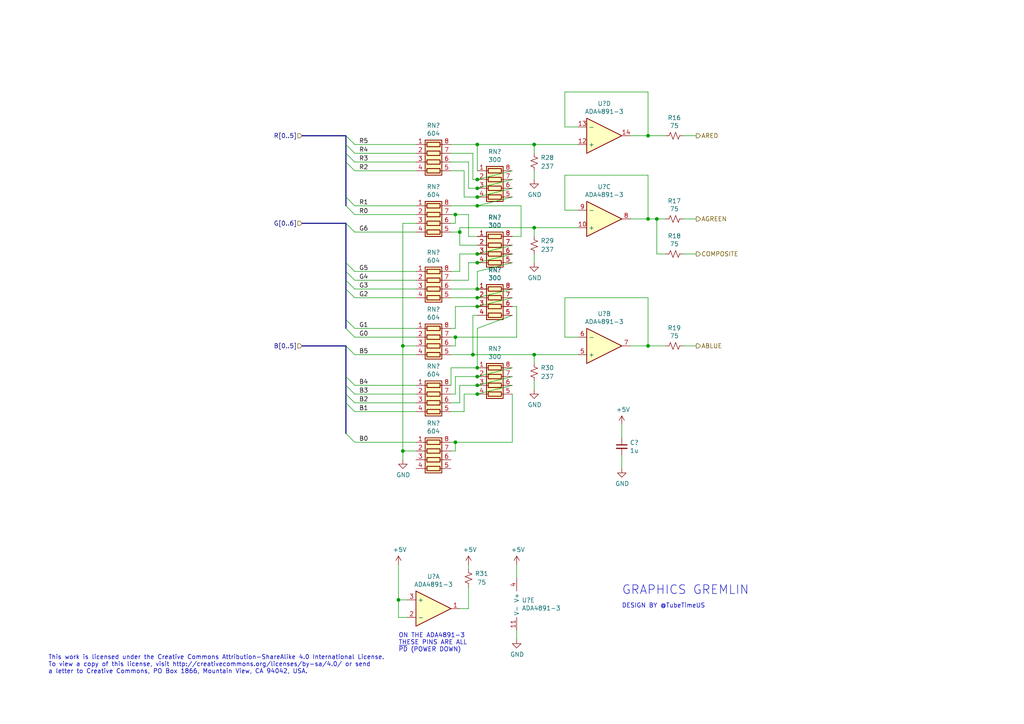
<source format=kicad_sch>
(kicad_sch
	(version 20231120)
	(generator "eeschema")
	(generator_version "8.0")
	(uuid "4ad1f6bb-ff46-4576-ac66-2efddb464e8f")
	(paper "A4")
	(title_block
		(title "Resistor Ladder DAC and Output Buffer")
		(rev "2")
	)
	(lib_symbols
		(symbol "Device:C_Small"
			(pin_numbers hide)
			(pin_names
				(offset 0.254) hide)
			(exclude_from_sim no)
			(in_bom yes)
			(on_board yes)
			(property "Reference" "C"
				(at 0.254 1.778 0)
				(effects
					(font
						(size 1.27 1.27)
					)
					(justify left)
				)
			)
			(property "Value" "C_Small"
				(at 0.254 -2.032 0)
				(effects
					(font
						(size 1.27 1.27)
					)
					(justify left)
				)
			)
			(property "Footprint" ""
				(at 0 0 0)
				(effects
					(font
						(size 1.27 1.27)
					)
					(hide yes)
				)
			)
			(property "Datasheet" "~"
				(at 0 0 0)
				(effects
					(font
						(size 1.27 1.27)
					)
					(hide yes)
				)
			)
			(property "Description" "Unpolarized capacitor, small symbol"
				(at 0 0 0)
				(effects
					(font
						(size 1.27 1.27)
					)
					(hide yes)
				)
			)
			(property "ki_keywords" "capacitor cap"
				(at 0 0 0)
				(effects
					(font
						(size 1.27 1.27)
					)
					(hide yes)
				)
			)
			(property "ki_fp_filters" "C_*"
				(at 0 0 0)
				(effects
					(font
						(size 1.27 1.27)
					)
					(hide yes)
				)
			)
			(symbol "C_Small_0_1"
				(polyline
					(pts
						(xy -1.524 -0.508) (xy 1.524 -0.508)
					)
					(stroke
						(width 0.3302)
						(type default)
					)
					(fill
						(type none)
					)
				)
				(polyline
					(pts
						(xy -1.524 0.508) (xy 1.524 0.508)
					)
					(stroke
						(width 0.3048)
						(type default)
					)
					(fill
						(type none)
					)
				)
			)
			(symbol "C_Small_1_1"
				(pin passive line
					(at 0 2.54 270)
					(length 2.032)
					(name "~"
						(effects
							(font
								(size 1.27 1.27)
							)
						)
					)
					(number "1"
						(effects
							(font
								(size 1.27 1.27)
							)
						)
					)
				)
				(pin passive line
					(at 0 -2.54 90)
					(length 2.032)
					(name "~"
						(effects
							(font
								(size 1.27 1.27)
							)
						)
					)
					(number "2"
						(effects
							(font
								(size 1.27 1.27)
							)
						)
					)
				)
			)
		)
		(symbol "Device:R_Pack04"
			(pin_names
				(offset 0) hide)
			(exclude_from_sim no)
			(in_bom yes)
			(on_board yes)
			(property "Reference" "RN"
				(at -7.62 0 90)
				(effects
					(font
						(size 1.27 1.27)
					)
				)
			)
			(property "Value" "R_Pack04"
				(at 5.08 0 90)
				(effects
					(font
						(size 1.27 1.27)
					)
				)
			)
			(property "Footprint" ""
				(at 6.985 0 90)
				(effects
					(font
						(size 1.27 1.27)
					)
					(hide yes)
				)
			)
			(property "Datasheet" "~"
				(at 0 0 0)
				(effects
					(font
						(size 1.27 1.27)
					)
					(hide yes)
				)
			)
			(property "Description" "4 resistor network, parallel topology"
				(at 0 0 0)
				(effects
					(font
						(size 1.27 1.27)
					)
					(hide yes)
				)
			)
			(property "ki_keywords" "R network parallel topology isolated"
				(at 0 0 0)
				(effects
					(font
						(size 1.27 1.27)
					)
					(hide yes)
				)
			)
			(property "ki_fp_filters" "DIP* SOIC* R*Array*Concave* R*Array*Convex* MSOP*"
				(at 0 0 0)
				(effects
					(font
						(size 1.27 1.27)
					)
					(hide yes)
				)
			)
			(symbol "R_Pack04_0_1"
				(rectangle
					(start -6.35 -2.413)
					(end 3.81 2.413)
					(stroke
						(width 0.254)
						(type default)
					)
					(fill
						(type background)
					)
				)
				(rectangle
					(start -5.715 1.905)
					(end -4.445 -1.905)
					(stroke
						(width 0.254)
						(type default)
					)
					(fill
						(type none)
					)
				)
				(rectangle
					(start -3.175 1.905)
					(end -1.905 -1.905)
					(stroke
						(width 0.254)
						(type default)
					)
					(fill
						(type none)
					)
				)
				(rectangle
					(start -0.635 1.905)
					(end 0.635 -1.905)
					(stroke
						(width 0.254)
						(type default)
					)
					(fill
						(type none)
					)
				)
				(polyline
					(pts
						(xy -5.08 -2.54) (xy -5.08 -1.905)
					)
					(stroke
						(width 0)
						(type default)
					)
					(fill
						(type none)
					)
				)
				(polyline
					(pts
						(xy -5.08 1.905) (xy -5.08 2.54)
					)
					(stroke
						(width 0)
						(type default)
					)
					(fill
						(type none)
					)
				)
				(polyline
					(pts
						(xy -2.54 -2.54) (xy -2.54 -1.905)
					)
					(stroke
						(width 0)
						(type default)
					)
					(fill
						(type none)
					)
				)
				(polyline
					(pts
						(xy -2.54 1.905) (xy -2.54 2.54)
					)
					(stroke
						(width 0)
						(type default)
					)
					(fill
						(type none)
					)
				)
				(polyline
					(pts
						(xy 0 -2.54) (xy 0 -1.905)
					)
					(stroke
						(width 0)
						(type default)
					)
					(fill
						(type none)
					)
				)
				(polyline
					(pts
						(xy 0 1.905) (xy 0 2.54)
					)
					(stroke
						(width 0)
						(type default)
					)
					(fill
						(type none)
					)
				)
				(polyline
					(pts
						(xy 2.54 -2.54) (xy 2.54 -1.905)
					)
					(stroke
						(width 0)
						(type default)
					)
					(fill
						(type none)
					)
				)
				(polyline
					(pts
						(xy 2.54 1.905) (xy 2.54 2.54)
					)
					(stroke
						(width 0)
						(type default)
					)
					(fill
						(type none)
					)
				)
				(rectangle
					(start 1.905 1.905)
					(end 3.175 -1.905)
					(stroke
						(width 0.254)
						(type default)
					)
					(fill
						(type none)
					)
				)
			)
			(symbol "R_Pack04_1_1"
				(pin passive line
					(at -5.08 -5.08 90)
					(length 2.54)
					(name "R1.1"
						(effects
							(font
								(size 1.27 1.27)
							)
						)
					)
					(number "1"
						(effects
							(font
								(size 1.27 1.27)
							)
						)
					)
				)
				(pin passive line
					(at -2.54 -5.08 90)
					(length 2.54)
					(name "R2.1"
						(effects
							(font
								(size 1.27 1.27)
							)
						)
					)
					(number "2"
						(effects
							(font
								(size 1.27 1.27)
							)
						)
					)
				)
				(pin passive line
					(at 0 -5.08 90)
					(length 2.54)
					(name "R3.1"
						(effects
							(font
								(size 1.27 1.27)
							)
						)
					)
					(number "3"
						(effects
							(font
								(size 1.27 1.27)
							)
						)
					)
				)
				(pin passive line
					(at 2.54 -5.08 90)
					(length 2.54)
					(name "R4.1"
						(effects
							(font
								(size 1.27 1.27)
							)
						)
					)
					(number "4"
						(effects
							(font
								(size 1.27 1.27)
							)
						)
					)
				)
				(pin passive line
					(at 2.54 5.08 270)
					(length 2.54)
					(name "R4.2"
						(effects
							(font
								(size 1.27 1.27)
							)
						)
					)
					(number "5"
						(effects
							(font
								(size 1.27 1.27)
							)
						)
					)
				)
				(pin passive line
					(at 0 5.08 270)
					(length 2.54)
					(name "R3.2"
						(effects
							(font
								(size 1.27 1.27)
							)
						)
					)
					(number "6"
						(effects
							(font
								(size 1.27 1.27)
							)
						)
					)
				)
				(pin passive line
					(at -2.54 5.08 270)
					(length 2.54)
					(name "R2.2"
						(effects
							(font
								(size 1.27 1.27)
							)
						)
					)
					(number "7"
						(effects
							(font
								(size 1.27 1.27)
							)
						)
					)
				)
				(pin passive line
					(at -5.08 5.08 270)
					(length 2.54)
					(name "R1.2"
						(effects
							(font
								(size 1.27 1.27)
							)
						)
					)
					(number "8"
						(effects
							(font
								(size 1.27 1.27)
							)
						)
					)
				)
			)
		)
		(symbol "Device:R_Small_US"
			(pin_numbers hide)
			(pin_names
				(offset 0.254) hide)
			(exclude_from_sim no)
			(in_bom yes)
			(on_board yes)
			(property "Reference" "R"
				(at 0.762 0.508 0)
				(effects
					(font
						(size 1.27 1.27)
					)
					(justify left)
				)
			)
			(property "Value" "R_Small_US"
				(at 0.762 -1.016 0)
				(effects
					(font
						(size 1.27 1.27)
					)
					(justify left)
				)
			)
			(property "Footprint" ""
				(at 0 0 0)
				(effects
					(font
						(size 1.27 1.27)
					)
					(hide yes)
				)
			)
			(property "Datasheet" "~"
				(at 0 0 0)
				(effects
					(font
						(size 1.27 1.27)
					)
					(hide yes)
				)
			)
			(property "Description" "Resistor, small US symbol"
				(at 0 0 0)
				(effects
					(font
						(size 1.27 1.27)
					)
					(hide yes)
				)
			)
			(property "ki_keywords" "r resistor"
				(at 0 0 0)
				(effects
					(font
						(size 1.27 1.27)
					)
					(hide yes)
				)
			)
			(property "ki_fp_filters" "R_*"
				(at 0 0 0)
				(effects
					(font
						(size 1.27 1.27)
					)
					(hide yes)
				)
			)
			(symbol "R_Small_US_1_1"
				(polyline
					(pts
						(xy 0 0) (xy 1.016 -0.381) (xy 0 -0.762) (xy -1.016 -1.143) (xy 0 -1.524)
					)
					(stroke
						(width 0)
						(type default)
					)
					(fill
						(type none)
					)
				)
				(polyline
					(pts
						(xy 0 1.524) (xy 1.016 1.143) (xy 0 0.762) (xy -1.016 0.381) (xy 0 0)
					)
					(stroke
						(width 0)
						(type default)
					)
					(fill
						(type none)
					)
				)
				(pin passive line
					(at 0 2.54 270)
					(length 1.016)
					(name "~"
						(effects
							(font
								(size 1.27 1.27)
							)
						)
					)
					(number "1"
						(effects
							(font
								(size 1.27 1.27)
							)
						)
					)
				)
				(pin passive line
					(at 0 -2.54 90)
					(length 1.016)
					(name "~"
						(effects
							(font
								(size 1.27 1.27)
							)
						)
					)
					(number "2"
						(effects
							(font
								(size 1.27 1.27)
							)
						)
					)
				)
			)
		)
		(symbol "isavideo-rescue:+5V-power"
			(power)
			(pin_names
				(offset 0)
			)
			(exclude_from_sim no)
			(in_bom yes)
			(on_board yes)
			(property "Reference" "#PWR"
				(at 0 -3.81 0)
				(effects
					(font
						(size 1.27 1.27)
					)
					(hide yes)
				)
			)
			(property "Value" "power_+5V"
				(at 0 3.556 0)
				(effects
					(font
						(size 1.27 1.27)
					)
				)
			)
			(property "Footprint" ""
				(at 0 0 0)
				(effects
					(font
						(size 1.27 1.27)
					)
					(hide yes)
				)
			)
			(property "Datasheet" ""
				(at 0 0 0)
				(effects
					(font
						(size 1.27 1.27)
					)
					(hide yes)
				)
			)
			(property "Description" ""
				(at 0 0 0)
				(effects
					(font
						(size 1.27 1.27)
					)
					(hide yes)
				)
			)
			(symbol "+5V-power_0_1"
				(polyline
					(pts
						(xy -0.762 1.27) (xy 0 2.54)
					)
					(stroke
						(width 0)
						(type solid)
					)
					(fill
						(type none)
					)
				)
				(polyline
					(pts
						(xy 0 0) (xy 0 2.54)
					)
					(stroke
						(width 0)
						(type solid)
					)
					(fill
						(type none)
					)
				)
				(polyline
					(pts
						(xy 0 2.54) (xy 0.762 1.27)
					)
					(stroke
						(width 0)
						(type solid)
					)
					(fill
						(type none)
					)
				)
			)
			(symbol "+5V-power_1_1"
				(pin power_in line
					(at 0 0 90)
					(length 0) hide
					(name "+5V"
						(effects
							(font
								(size 1.27 1.27)
							)
						)
					)
					(number "1"
						(effects
							(font
								(size 1.27 1.27)
							)
						)
					)
				)
			)
		)
		(symbol "isavideo-rescue:GND-power"
			(power)
			(pin_names
				(offset 0)
			)
			(exclude_from_sim no)
			(in_bom yes)
			(on_board yes)
			(property "Reference" "#PWR"
				(at 0 -6.35 0)
				(effects
					(font
						(size 1.27 1.27)
					)
					(hide yes)
				)
			)
			(property "Value" "power_GND"
				(at 0 -3.81 0)
				(effects
					(font
						(size 1.27 1.27)
					)
				)
			)
			(property "Footprint" ""
				(at 0 0 0)
				(effects
					(font
						(size 1.27 1.27)
					)
					(hide yes)
				)
			)
			(property "Datasheet" ""
				(at 0 0 0)
				(effects
					(font
						(size 1.27 1.27)
					)
					(hide yes)
				)
			)
			(property "Description" ""
				(at 0 0 0)
				(effects
					(font
						(size 1.27 1.27)
					)
					(hide yes)
				)
			)
			(symbol "GND-power_0_1"
				(polyline
					(pts
						(xy 0 0) (xy 0 -1.27) (xy 1.27 -1.27) (xy 0 -2.54) (xy -1.27 -1.27) (xy 0 -1.27)
					)
					(stroke
						(width 0)
						(type solid)
					)
					(fill
						(type none)
					)
				)
			)
			(symbol "GND-power_1_1"
				(pin power_in line
					(at 0 0 270)
					(length 0) hide
					(name "GND"
						(effects
							(font
								(size 1.27 1.27)
							)
						)
					)
					(number "1"
						(effects
							(font
								(size 1.27 1.27)
							)
						)
					)
				)
			)
		)
		(symbol "isavideo-rescue:Opamp_Quad_Generic-Device"
			(exclude_from_sim no)
			(in_bom yes)
			(on_board yes)
			(property "Reference" "U"
				(at 0 5.08 0)
				(effects
					(font
						(size 1.27 1.27)
					)
					(justify left)
				)
			)
			(property "Value" "Device_Opamp_Quad_Generic"
				(at 0 -5.08 0)
				(effects
					(font
						(size 1.27 1.27)
					)
					(justify left)
				)
			)
			(property "Footprint" ""
				(at 0 0 0)
				(effects
					(font
						(size 1.27 1.27)
					)
					(hide yes)
				)
			)
			(property "Datasheet" ""
				(at 0 0 0)
				(effects
					(font
						(size 1.27 1.27)
					)
					(hide yes)
				)
			)
			(property "Description" ""
				(at 0 0 0)
				(effects
					(font
						(size 1.27 1.27)
					)
					(hide yes)
				)
			)
			(property "ki_locked" ""
				(at 0 0 0)
				(effects
					(font
						(size 1.27 1.27)
					)
				)
			)
			(property "ki_fp_filters" "SOIC*3.9x8.7mm*P1.27mm* DIP*W7.62mm* TSSOP*4.4x5mm*P0.65mm* SSOP*5.3x6.2mm*P0.65mm*"
				(at 0 0 0)
				(effects
					(font
						(size 1.27 1.27)
					)
					(hide yes)
				)
			)
			(symbol "Opamp_Quad_Generic-Device_1_1"
				(polyline
					(pts
						(xy -5.08 5.08) (xy 5.08 0) (xy -5.08 -5.08) (xy -5.08 5.08)
					)
					(stroke
						(width 0.254)
						(type solid)
					)
					(fill
						(type background)
					)
				)
				(pin output line
					(at 7.62 0 180)
					(length 2.54)
					(name "~"
						(effects
							(font
								(size 1.27 1.27)
							)
						)
					)
					(number "1"
						(effects
							(font
								(size 1.27 1.27)
							)
						)
					)
				)
				(pin input line
					(at -7.62 -2.54 0)
					(length 2.54)
					(name "-"
						(effects
							(font
								(size 1.27 1.27)
							)
						)
					)
					(number "2"
						(effects
							(font
								(size 1.27 1.27)
							)
						)
					)
				)
				(pin input line
					(at -7.62 2.54 0)
					(length 2.54)
					(name "+"
						(effects
							(font
								(size 1.27 1.27)
							)
						)
					)
					(number "3"
						(effects
							(font
								(size 1.27 1.27)
							)
						)
					)
				)
			)
			(symbol "Opamp_Quad_Generic-Device_2_1"
				(polyline
					(pts
						(xy -5.08 5.08) (xy 5.08 0) (xy -5.08 -5.08) (xy -5.08 5.08)
					)
					(stroke
						(width 0.254)
						(type solid)
					)
					(fill
						(type background)
					)
				)
				(pin input line
					(at -7.62 2.54 0)
					(length 2.54)
					(name "+"
						(effects
							(font
								(size 1.27 1.27)
							)
						)
					)
					(number "5"
						(effects
							(font
								(size 1.27 1.27)
							)
						)
					)
				)
				(pin input line
					(at -7.62 -2.54 0)
					(length 2.54)
					(name "-"
						(effects
							(font
								(size 1.27 1.27)
							)
						)
					)
					(number "6"
						(effects
							(font
								(size 1.27 1.27)
							)
						)
					)
				)
				(pin output line
					(at 7.62 0 180)
					(length 2.54)
					(name "~"
						(effects
							(font
								(size 1.27 1.27)
							)
						)
					)
					(number "7"
						(effects
							(font
								(size 1.27 1.27)
							)
						)
					)
				)
			)
			(symbol "Opamp_Quad_Generic-Device_3_1"
				(polyline
					(pts
						(xy -5.08 5.08) (xy 5.08 0) (xy -5.08 -5.08) (xy -5.08 5.08)
					)
					(stroke
						(width 0.254)
						(type solid)
					)
					(fill
						(type background)
					)
				)
				(pin input line
					(at -7.62 2.54 0)
					(length 2.54)
					(name "+"
						(effects
							(font
								(size 1.27 1.27)
							)
						)
					)
					(number "10"
						(effects
							(font
								(size 1.27 1.27)
							)
						)
					)
				)
				(pin output line
					(at 7.62 0 180)
					(length 2.54)
					(name "~"
						(effects
							(font
								(size 1.27 1.27)
							)
						)
					)
					(number "8"
						(effects
							(font
								(size 1.27 1.27)
							)
						)
					)
				)
				(pin input line
					(at -7.62 -2.54 0)
					(length 2.54)
					(name "-"
						(effects
							(font
								(size 1.27 1.27)
							)
						)
					)
					(number "9"
						(effects
							(font
								(size 1.27 1.27)
							)
						)
					)
				)
			)
			(symbol "Opamp_Quad_Generic-Device_4_1"
				(polyline
					(pts
						(xy -5.08 5.08) (xy 5.08 0) (xy -5.08 -5.08) (xy -5.08 5.08)
					)
					(stroke
						(width 0.254)
						(type solid)
					)
					(fill
						(type background)
					)
				)
				(pin input line
					(at -7.62 2.54 0)
					(length 2.54)
					(name "+"
						(effects
							(font
								(size 1.27 1.27)
							)
						)
					)
					(number "12"
						(effects
							(font
								(size 1.27 1.27)
							)
						)
					)
				)
				(pin input line
					(at -7.62 -2.54 0)
					(length 2.54)
					(name "-"
						(effects
							(font
								(size 1.27 1.27)
							)
						)
					)
					(number "13"
						(effects
							(font
								(size 1.27 1.27)
							)
						)
					)
				)
				(pin output line
					(at 7.62 0 180)
					(length 2.54)
					(name "~"
						(effects
							(font
								(size 1.27 1.27)
							)
						)
					)
					(number "14"
						(effects
							(font
								(size 1.27 1.27)
							)
						)
					)
				)
			)
			(symbol "Opamp_Quad_Generic-Device_5_1"
				(pin power_in line
					(at -2.54 -7.62 90)
					(length 3.81)
					(name "V-"
						(effects
							(font
								(size 1.27 1.27)
							)
						)
					)
					(number "11"
						(effects
							(font
								(size 1.27 1.27)
							)
						)
					)
				)
				(pin power_in line
					(at -2.54 7.62 270)
					(length 3.81)
					(name "V+"
						(effects
							(font
								(size 1.27 1.27)
							)
						)
					)
					(number "4"
						(effects
							(font
								(size 1.27 1.27)
							)
						)
					)
				)
			)
		)
	)
	(junction
		(at 138.43 57.15)
		(diameter 0)
		(color 0 0 0 0)
		(uuid "01ff7575-6e1e-40d9-a430-08542de834e7")
	)
	(junction
		(at 132.08 128.27)
		(diameter 0)
		(color 0 0 0 0)
		(uuid "02accfdd-d03f-41d1-a05d-f54b0bb84f6d")
	)
	(junction
		(at 138.43 52.07)
		(diameter 0)
		(color 0 0 0 0)
		(uuid "056669d2-39af-40bd-b215-1d4b064ca3dd")
	)
	(junction
		(at 138.43 114.3)
		(diameter 0)
		(color 0 0 0 0)
		(uuid "0ce43270-b41d-46fb-a7c1-4e740741c2a3")
	)
	(junction
		(at 154.94 66.04)
		(diameter 0)
		(color 0 0 0 0)
		(uuid "18fa21c2-ae1f-4ee4-9e3a-42b8f5fd2f94")
	)
	(junction
		(at 138.43 88.9)
		(diameter 0)
		(color 0 0 0 0)
		(uuid "225fc7d7-7c65-4e50-ab3a-9d4256de71b6")
	)
	(junction
		(at 138.43 41.91)
		(diameter 0)
		(color 0 0 0 0)
		(uuid "31f12895-64ba-4ef8-a99f-450b15f16581")
	)
	(junction
		(at 138.43 76.2)
		(diameter 0)
		(color 0 0 0 0)
		(uuid "3519b2a4-016c-4bff-bb9f-f6c0bb68433e")
	)
	(junction
		(at 187.96 39.37)
		(diameter 0)
		(color 0 0 0 0)
		(uuid "4da7fd03-2e92-4e97-957a-66c2b817ca20")
	)
	(junction
		(at 154.94 41.91)
		(diameter 0)
		(color 0 0 0 0)
		(uuid "51de141e-380b-44db-82f9-5d458e9d0f2d")
	)
	(junction
		(at 115.57 173.99)
		(diameter 0)
		(color 0 0 0 0)
		(uuid "55ce7271-261b-4239-ad0e-10715fbf1332")
	)
	(junction
		(at 187.96 63.5)
		(diameter 0)
		(color 0 0 0 0)
		(uuid "560c8d56-ee29-48b5-b6e5-448b4494d8da")
	)
	(junction
		(at 138.43 106.68)
		(diameter 0)
		(color 0 0 0 0)
		(uuid "5f3ef59c-8e32-4004-ba3d-fcdae592d67a")
	)
	(junction
		(at 190.5 63.5)
		(diameter 0)
		(color 0 0 0 0)
		(uuid "639f1e92-0b47-4f76-ab50-c7ad3cfe09dc")
	)
	(junction
		(at 154.94 102.87)
		(diameter 0)
		(color 0 0 0 0)
		(uuid "63e1c440-9e4d-41fb-83f0-feb58d55491a")
	)
	(junction
		(at 138.43 86.36)
		(diameter 0)
		(color 0 0 0 0)
		(uuid "670948e1-d033-476b-af1c-6b5b0057192f")
	)
	(junction
		(at 132.08 97.79)
		(diameter 0)
		(color 0 0 0 0)
		(uuid "7186899b-4e62-40e2-bde0-22096deaa300")
	)
	(junction
		(at 138.43 59.69)
		(diameter 0)
		(color 0 0 0 0)
		(uuid "753ddb8a-1234-4c54-820d-13e0cca0b3cd")
	)
	(junction
		(at 133.35 67.31)
		(diameter 0)
		(color 0 0 0 0)
		(uuid "76080451-20a0-421d-845c-40f0ff58a31d")
	)
	(junction
		(at 138.43 111.76)
		(diameter 0)
		(color 0 0 0 0)
		(uuid "8b16c62e-9d67-4da0-8b9f-3d705becef15")
	)
	(junction
		(at 116.84 100.33)
		(diameter 0)
		(color 0 0 0 0)
		(uuid "a3e22180-a647-4e70-ba81-5c524b15bf35")
	)
	(junction
		(at 138.43 83.82)
		(diameter 0)
		(color 0 0 0 0)
		(uuid "a4596c91-de10-4413-b28a-6cbd97bd3d7b")
	)
	(junction
		(at 137.16 102.87)
		(diameter 0)
		(color 0 0 0 0)
		(uuid "ae16a459-c39f-427a-9227-d9688bcbee24")
	)
	(junction
		(at 187.96 100.33)
		(diameter 0)
		(color 0 0 0 0)
		(uuid "ae790268-6338-43f6-83ad-a2b21062234c")
	)
	(junction
		(at 138.43 109.22)
		(diameter 0)
		(color 0 0 0 0)
		(uuid "b51fec55-c1f0-4587-81d9-4ef1e87af490")
	)
	(junction
		(at 132.08 62.23)
		(diameter 0)
		(color 0 0 0 0)
		(uuid "c9200f65-ea9f-494a-a39a-f7f7df5442eb")
	)
	(junction
		(at 138.43 54.61)
		(diameter 0)
		(color 0 0 0 0)
		(uuid "d2e4d3a2-7c11-433a-9041-c53724c8780f")
	)
	(junction
		(at 116.84 130.81)
		(diameter 0)
		(color 0 0 0 0)
		(uuid "f9481dc0-84f1-446c-9e18-c6f4dfd05375")
	)
	(junction
		(at 138.43 73.66)
		(diameter 0)
		(color 0 0 0 0)
		(uuid "fcd22eec-c90c-4f6c-91f2-fdd6ca090494")
	)
	(bus_entry
		(at 100.33 95.25)
		(size 2.54 2.54)
		(stroke
			(width 0)
			(type default)
		)
		(uuid "020a1088-fcee-49bb-9d00-4017a03d8f2a")
	)
	(bus_entry
		(at 100.33 81.28)
		(size 2.54 2.54)
		(stroke
			(width 0)
			(type default)
		)
		(uuid "1bb7d6f3-8d8d-4fb6-857b-aa7e35d8d25c")
	)
	(bus_entry
		(at 100.33 59.69)
		(size 2.54 2.54)
		(stroke
			(width 0)
			(type default)
		)
		(uuid "2cfd9b9b-f1b1-4cc6-8ba9-f3db09741216")
	)
	(bus_entry
		(at 100.33 41.91)
		(size 2.54 2.54)
		(stroke
			(width 0)
			(type default)
		)
		(uuid "32a7bf8f-ec4f-4cc6-952d-f37d3506460e")
	)
	(bus_entry
		(at 100.33 78.74)
		(size 2.54 2.54)
		(stroke
			(width 0)
			(type default)
		)
		(uuid "3a634175-ac91-455c-9034-6f1036ab7fd8")
	)
	(bus_entry
		(at 100.33 83.82)
		(size 2.54 2.54)
		(stroke
			(width 0)
			(type default)
		)
		(uuid "4d7a25b9-c51f-4d6d-a81c-61ba03b66433")
	)
	(bus_entry
		(at 100.33 111.76)
		(size 2.54 2.54)
		(stroke
			(width 0)
			(type default)
		)
		(uuid "66fe6bbb-d259-4e8c-a83b-d505d2e74877")
	)
	(bus_entry
		(at 100.33 116.84)
		(size 2.54 2.54)
		(stroke
			(width 0)
			(type default)
		)
		(uuid "6b3ace51-9d42-49ad-931a-79866395dcd6")
	)
	(bus_entry
		(at 100.33 57.15)
		(size 2.54 2.54)
		(stroke
			(width 0)
			(type default)
		)
		(uuid "78312e5a-df1c-472b-acfe-a185bce18219")
	)
	(bus_entry
		(at 100.33 100.33)
		(size 2.54 2.54)
		(stroke
			(width 0)
			(type default)
		)
		(uuid "90367e17-4ca7-41ad-9633-187696678e51")
	)
	(bus_entry
		(at 100.33 39.37)
		(size 2.54 2.54)
		(stroke
			(width 0)
			(type default)
		)
		(uuid "95f8750a-3fac-45f7-92d0-6307c21225e9")
	)
	(bus_entry
		(at 100.33 76.2)
		(size 2.54 2.54)
		(stroke
			(width 0)
			(type default)
		)
		(uuid "b44f488a-86f4-413a-af14-34ee57852fc7")
	)
	(bus_entry
		(at 100.33 92.71)
		(size 2.54 2.54)
		(stroke
			(width 0)
			(type default)
		)
		(uuid "bbb314ef-b1a6-4598-b95a-c8e97c026bfd")
	)
	(bus_entry
		(at 100.33 44.45)
		(size 2.54 2.54)
		(stroke
			(width 0)
			(type default)
		)
		(uuid "d1426308-72ea-46d5-8237-e3568f9fb92a")
	)
	(bus_entry
		(at 100.33 114.3)
		(size 2.54 2.54)
		(stroke
			(width 0)
			(type default)
		)
		(uuid "d36ebb64-5fb9-400d-a589-62c257cd554f")
	)
	(bus_entry
		(at 100.33 46.99)
		(size 2.54 2.54)
		(stroke
			(width 0)
			(type default)
		)
		(uuid "de4598be-dd78-4efc-b0a8-de8b9d9bc232")
	)
	(bus_entry
		(at 100.33 109.22)
		(size 2.54 2.54)
		(stroke
			(width 0)
			(type default)
		)
		(uuid "e8066eb4-babf-4d8e-aae4-d614a13377be")
	)
	(bus_entry
		(at 100.33 125.73)
		(size 2.54 2.54)
		(stroke
			(width 0)
			(type default)
		)
		(uuid "edd9f58d-9fb5-4529-bdb1-9f34bd09e0ca")
	)
	(bus_entry
		(at 100.33 64.77)
		(size 2.54 2.54)
		(stroke
			(width 0)
			(type default)
		)
		(uuid "f9a44f7e-984b-467b-a71a-b471bd687af6")
	)
	(wire
		(pts
			(xy 137.16 91.44) (xy 138.43 91.44)
		)
		(stroke
			(width 0)
			(type default)
		)
		(uuid "02d31795-3657-4299-8591-61bdf8b7a562")
	)
	(wire
		(pts
			(xy 154.94 105.41) (xy 154.94 102.87)
		)
		(stroke
			(width 0)
			(type default)
		)
		(uuid "045eb218-6555-45d8-9d19-0dfe72c83375")
	)
	(bus
		(pts
			(xy 100.33 39.37) (xy 87.63 39.37)
		)
		(stroke
			(width 0)
			(type default)
		)
		(uuid "052252cc-a25d-4ff4-a0ba-c6fbe41c9ce5")
	)
	(wire
		(pts
			(xy 163.83 26.67) (xy 187.96 26.67)
		)
		(stroke
			(width 0)
			(type default)
		)
		(uuid "056fa095-19f5-4cfe-81d8-ede77af7d148")
	)
	(wire
		(pts
			(xy 120.65 59.69) (xy 102.87 59.69)
		)
		(stroke
			(width 0)
			(type default)
		)
		(uuid "0603147e-1353-47e9-bf25-bbf23b3fe6ae")
	)
	(wire
		(pts
			(xy 163.83 86.36) (xy 187.96 86.36)
		)
		(stroke
			(width 0)
			(type default)
		)
		(uuid "0632c805-9757-41ab-907e-7637f0db8fdb")
	)
	(wire
		(pts
			(xy 148.59 76.2) (xy 138.43 78.74)
		)
		(stroke
			(width 0)
			(type default)
		)
		(uuid "0a24285a-1ebf-4e25-a6c1-b9f350e96285")
	)
	(bus
		(pts
			(xy 100.33 83.82) (xy 100.33 92.71)
		)
		(stroke
			(width 0)
			(type default)
		)
		(uuid "0a399c4f-d25f-451f-aeb6-4a517fb99ae9")
	)
	(wire
		(pts
			(xy 120.65 116.84) (xy 102.87 116.84)
		)
		(stroke
			(width 0)
			(type default)
		)
		(uuid "0ac40229-3443-44c9-90b8-1826c8833bf9")
	)
	(wire
		(pts
			(xy 135.89 54.61) (xy 138.43 54.61)
		)
		(stroke
			(width 0)
			(type default)
		)
		(uuid "0d551c45-8b6d-4e76-b6cb-4c9533a6836d")
	)
	(wire
		(pts
			(xy 130.81 67.31) (xy 133.35 67.31)
		)
		(stroke
			(width 0)
			(type default)
		)
		(uuid "0dfd8e0f-07ab-4b89-9e14-e20099028b64")
	)
	(wire
		(pts
			(xy 132.08 114.3) (xy 132.08 109.22)
		)
		(stroke
			(width 0)
			(type default)
		)
		(uuid "10606201-9f06-4eb8-84e3-8fe984a4cd08")
	)
	(wire
		(pts
			(xy 135.89 46.99) (xy 135.89 54.61)
		)
		(stroke
			(width 0)
			(type default)
		)
		(uuid "123a42df-da62-4ccd-94e1-4762dd5d5da8")
	)
	(wire
		(pts
			(xy 138.43 76.2) (xy 135.89 76.2)
		)
		(stroke
			(width 0)
			(type default)
		)
		(uuid "142226bb-af2d-403c-82fa-519c1bbf0d55")
	)
	(wire
		(pts
			(xy 167.64 36.83) (xy 163.83 36.83)
		)
		(stroke
			(width 0)
			(type default)
		)
		(uuid "1523d485-68d9-4c8d-aa94-b775f24119d8")
	)
	(wire
		(pts
			(xy 154.94 52.07) (xy 154.94 49.53)
		)
		(stroke
			(width 0)
			(type default)
		)
		(uuid "153a43b5-1bdf-41a6-a138-a0babb63a73e")
	)
	(wire
		(pts
			(xy 135.89 176.53) (xy 133.35 176.53)
		)
		(stroke
			(width 0)
			(type default)
		)
		(uuid "16756227-06c0-4a58-a1b9-121a69b6602b")
	)
	(wire
		(pts
			(xy 120.65 41.91) (xy 102.87 41.91)
		)
		(stroke
			(width 0)
			(type default)
		)
		(uuid "16ffc22b-6528-41ba-a01d-1464cf566ab3")
	)
	(wire
		(pts
			(xy 148.59 83.82) (xy 138.43 86.36)
		)
		(stroke
			(width 0)
			(type default)
		)
		(uuid "18080489-998c-46cd-8b7c-64106716b927")
	)
	(wire
		(pts
			(xy 130.81 78.74) (xy 133.35 78.74)
		)
		(stroke
			(width 0)
			(type default)
		)
		(uuid "1875fedb-2ab9-4dab-b221-2e2c0a4d9256")
	)
	(wire
		(pts
			(xy 135.89 76.2) (xy 135.89 81.28)
		)
		(stroke
			(width 0)
			(type default)
		)
		(uuid "19210e0a-1b8d-41bf-b270-fab0b54ed081")
	)
	(wire
		(pts
			(xy 148.59 114.3) (xy 148.59 128.27)
		)
		(stroke
			(width 0)
			(type default)
		)
		(uuid "194fe547-94dd-4ba1-98d0-586bc6328d58")
	)
	(wire
		(pts
			(xy 120.65 100.33) (xy 116.84 100.33)
		)
		(stroke
			(width 0)
			(type default)
		)
		(uuid "1abe6ad7-376e-4a82-93f7-92025bfde454")
	)
	(wire
		(pts
			(xy 149.86 182.88) (xy 149.86 185.42)
		)
		(stroke
			(width 0)
			(type default)
		)
		(uuid "1af09d25-2ef8-43ca-a59d-513a65964aa1")
	)
	(wire
		(pts
			(xy 187.96 26.67) (xy 187.96 39.37)
		)
		(stroke
			(width 0)
			(type default)
		)
		(uuid "1af8ae1b-b593-46aa-bc62-d5f500fc3e99")
	)
	(wire
		(pts
			(xy 132.08 130.81) (xy 130.81 130.81)
		)
		(stroke
			(width 0)
			(type default)
		)
		(uuid "1e7f2264-1a10-42a6-9fa7-b62ba4197198")
	)
	(wire
		(pts
			(xy 134.62 57.15) (xy 138.43 57.15)
		)
		(stroke
			(width 0)
			(type default)
		)
		(uuid "1fadf2d0-c6af-4119-bee1-73ef325149a0")
	)
	(wire
		(pts
			(xy 138.43 106.68) (xy 130.81 106.68)
		)
		(stroke
			(width 0)
			(type default)
		)
		(uuid "21d85a6a-9a3a-4cd2-8123-e95a3ea27cd1")
	)
	(wire
		(pts
			(xy 135.89 62.23) (xy 135.89 68.58)
		)
		(stroke
			(width 0)
			(type default)
		)
		(uuid "21e8dc93-dc3e-42c1-9b86-cae3a8a1f9d2")
	)
	(wire
		(pts
			(xy 201.93 100.33) (xy 198.12 100.33)
		)
		(stroke
			(width 0)
			(type default)
		)
		(uuid "22aff501-40f5-44c3-aeb4-62cf127d01b6")
	)
	(wire
		(pts
			(xy 130.81 59.69) (xy 138.43 59.69)
		)
		(stroke
			(width 0)
			(type default)
		)
		(uuid "25fa4bc4-6d4f-4ff0-8978-fa35c71739f4")
	)
	(wire
		(pts
			(xy 120.65 67.31) (xy 102.87 67.31)
		)
		(stroke
			(width 0)
			(type default)
		)
		(uuid "26ecda5d-8afe-4fdf-ae34-5f842968fc09")
	)
	(bus
		(pts
			(xy 100.33 57.15) (xy 100.33 59.69)
		)
		(stroke
			(width 0)
			(type default)
		)
		(uuid "28d2cbca-f185-4622-ad76-d50b3806ecca")
	)
	(bus
		(pts
			(xy 100.33 39.37) (xy 100.33 41.91)
		)
		(stroke
			(width 0)
			(type default)
		)
		(uuid "2d706e0b-9309-426b-8e45-a85258023fe2")
	)
	(wire
		(pts
			(xy 102.87 49.53) (xy 120.65 49.53)
		)
		(stroke
			(width 0)
			(type default)
		)
		(uuid "2f0377fe-87dc-4d8a-a81f-3fe31fd914d2")
	)
	(wire
		(pts
			(xy 120.65 64.77) (xy 116.84 64.77)
		)
		(stroke
			(width 0)
			(type default)
		)
		(uuid "2f5565e4-a440-4de3-adce-dc9d5f63d078")
	)
	(wire
		(pts
			(xy 120.65 78.74) (xy 102.87 78.74)
		)
		(stroke
			(width 0)
			(type default)
		)
		(uuid "301b2dc8-158b-48fc-a6e5-62627afb9ffa")
	)
	(wire
		(pts
			(xy 133.35 78.74) (xy 133.35 73.66)
		)
		(stroke
			(width 0)
			(type default)
		)
		(uuid "30eb1d4a-5eb0-43f9-a58b-61c35531dbf8")
	)
	(wire
		(pts
			(xy 138.43 114.3) (xy 134.62 114.3)
		)
		(stroke
			(width 0)
			(type default)
		)
		(uuid "326f65b1-bb47-4d12-b16f-d8b0bbd6e48b")
	)
	(wire
		(pts
			(xy 187.96 39.37) (xy 182.88 39.37)
		)
		(stroke
			(width 0)
			(type default)
		)
		(uuid "33230f8d-c6df-4393-be0f-9c8cadb65a1e")
	)
	(bus
		(pts
			(xy 100.33 78.74) (xy 100.33 81.28)
		)
		(stroke
			(width 0)
			(type default)
		)
		(uuid "347d537d-b103-4490-bdfc-6c186443d188")
	)
	(wire
		(pts
			(xy 120.65 130.81) (xy 116.84 130.81)
		)
		(stroke
			(width 0)
			(type default)
		)
		(uuid "36397366-aee2-4212-9165-3de0ba62a00e")
	)
	(wire
		(pts
			(xy 115.57 173.99) (xy 115.57 163.83)
		)
		(stroke
			(width 0)
			(type default)
		)
		(uuid "382f4a9b-fef2-487e-b847-69776931890a")
	)
	(bus
		(pts
			(xy 100.33 76.2) (xy 100.33 78.74)
		)
		(stroke
			(width 0)
			(type default)
		)
		(uuid "39d46fdb-949a-402f-b93f-249cfc39b293")
	)
	(wire
		(pts
			(xy 154.94 68.58) (xy 154.94 66.04)
		)
		(stroke
			(width 0)
			(type default)
		)
		(uuid "3c1b6fb1-1a8b-4e9e-ba5a-32b01e338e5b")
	)
	(wire
		(pts
			(xy 116.84 130.81) (xy 116.84 133.35)
		)
		(stroke
			(width 0)
			(type default)
		)
		(uuid "3c37e463-05f8-4682-9755-73fdd18902c1")
	)
	(wire
		(pts
			(xy 132.08 109.22) (xy 138.43 109.22)
		)
		(stroke
			(width 0)
			(type default)
		)
		(uuid "3f6a334b-4710-46f6-9201-63887fbb54d0")
	)
	(wire
		(pts
			(xy 120.65 128.27) (xy 102.87 128.27)
		)
		(stroke
			(width 0)
			(type default)
		)
		(uuid "4300daa5-b40d-4b73-9383-3eb190dde7ed")
	)
	(wire
		(pts
			(xy 134.62 49.53) (xy 130.81 49.53)
		)
		(stroke
			(width 0)
			(type default)
		)
		(uuid "43cad3d0-f822-428f-8c6c-658c754075f3")
	)
	(wire
		(pts
			(xy 163.83 97.79) (xy 163.83 86.36)
		)
		(stroke
			(width 0)
			(type default)
		)
		(uuid "4607c00b-a547-423a-a8f1-7cfff776e7ad")
	)
	(bus
		(pts
			(xy 100.33 100.33) (xy 87.63 100.33)
		)
		(stroke
			(width 0)
			(type default)
		)
		(uuid "461887e4-5584-4a31-a2a3-73099927d2b1")
	)
	(wire
		(pts
			(xy 193.04 63.5) (xy 190.5 63.5)
		)
		(stroke
			(width 0)
			(type default)
		)
		(uuid "4622f1ae-fd59-4435-aa1e-e8bf72b03d77")
	)
	(wire
		(pts
			(xy 138.43 54.61) (xy 148.59 52.07)
		)
		(stroke
			(width 0)
			(type default)
		)
		(uuid "4a057a1c-684f-4f05-b03e-07dd34a1c80e")
	)
	(wire
		(pts
			(xy 190.5 63.5) (xy 190.5 73.66)
		)
		(stroke
			(width 0)
			(type default)
		)
		(uuid "4b281ca4-ce7e-443d-806a-f31e9edff5f2")
	)
	(wire
		(pts
			(xy 148.59 73.66) (xy 138.43 76.2)
		)
		(stroke
			(width 0)
			(type default)
		)
		(uuid "4c773382-4f8b-482e-89b4-bf6f3fbafe46")
	)
	(wire
		(pts
			(xy 130.81 97.79) (xy 132.08 97.79)
		)
		(stroke
			(width 0)
			(type default)
		)
		(uuid "4e03a305-d2ce-4b58-8715-8e7086b1ec05")
	)
	(wire
		(pts
			(xy 133.35 67.31) (xy 133.35 66.04)
		)
		(stroke
			(width 0)
			(type default)
		)
		(uuid "4f1cdf6f-816d-408e-81fa-23fee07d7ee6")
	)
	(wire
		(pts
			(xy 135.89 170.18) (xy 135.89 176.53)
		)
		(stroke
			(width 0)
			(type default)
		)
		(uuid "50af054b-591e-4a30-aa4a-109376606df7")
	)
	(bus
		(pts
			(xy 100.33 100.33) (xy 100.33 109.22)
		)
		(stroke
			(width 0)
			(type default)
		)
		(uuid "5406ac2a-78a2-42ae-8d6b-0e743ba39c4e")
	)
	(wire
		(pts
			(xy 198.12 73.66) (xy 201.93 73.66)
		)
		(stroke
			(width 0)
			(type default)
		)
		(uuid "56a5e92c-9e79-4450-b2bc-792da14a87ea")
	)
	(wire
		(pts
			(xy 193.04 100.33) (xy 187.96 100.33)
		)
		(stroke
			(width 0)
			(type default)
		)
		(uuid "5a3ab056-df97-488a-a483-f38c92254cf3")
	)
	(wire
		(pts
			(xy 138.43 41.91) (xy 138.43 49.53)
		)
		(stroke
			(width 0)
			(type default)
		)
		(uuid "5adefb9e-4f82-4b63-b962-ad3b7c86ef37")
	)
	(wire
		(pts
			(xy 148.59 54.61) (xy 138.43 57.15)
		)
		(stroke
			(width 0)
			(type default)
		)
		(uuid "5c70acb1-68ca-4dda-afb8-b637468f59ca")
	)
	(wire
		(pts
			(xy 148.59 128.27) (xy 132.08 128.27)
		)
		(stroke
			(width 0)
			(type default)
		)
		(uuid "5ef493fc-c49d-40cd-8554-3d9cfed3cc31")
	)
	(wire
		(pts
			(xy 163.83 60.96) (xy 163.83 50.8)
		)
		(stroke
			(width 0)
			(type default)
		)
		(uuid "60303fd9-8a1b-4047-84d3-38cab25c398a")
	)
	(wire
		(pts
			(xy 130.81 44.45) (xy 137.16 44.45)
		)
		(stroke
			(width 0)
			(type default)
		)
		(uuid "60f3be5b-ce61-4e6a-b33b-c661f3b214ee")
	)
	(wire
		(pts
			(xy 148.59 111.76) (xy 138.43 114.3)
		)
		(stroke
			(width 0)
			(type default)
		)
		(uuid "63c6a9bd-c143-4a35-ad2e-4596bd3dcf95")
	)
	(wire
		(pts
			(xy 130.81 83.82) (xy 138.43 83.82)
		)
		(stroke
			(width 0)
			(type default)
		)
		(uuid "651b554d-6566-4208-8e4a-a0aef7c1bd64")
	)
	(wire
		(pts
			(xy 102.87 114.3) (xy 120.65 114.3)
		)
		(stroke
			(width 0)
			(type default)
		)
		(uuid "69ee848f-226c-4ad4-a216-c844ec12e0b1")
	)
	(wire
		(pts
			(xy 148.59 57.15) (xy 138.43 59.69)
		)
		(stroke
			(width 0)
			(type default)
		)
		(uuid "6ee3a113-d3fa-45f2-b36b-53581606b48b")
	)
	(wire
		(pts
			(xy 120.65 95.25) (xy 102.87 95.25)
		)
		(stroke
			(width 0)
			(type default)
		)
		(uuid "6f64a990-541e-46b9-babf-65c7540b3a73")
	)
	(bus
		(pts
			(xy 100.33 41.91) (xy 100.33 44.45)
		)
		(stroke
			(width 0)
			(type default)
		)
		(uuid "700e4f8b-cf0f-431d-b0ca-e1ed5011c2e7")
	)
	(wire
		(pts
			(xy 120.65 83.82) (xy 102.87 83.82)
		)
		(stroke
			(width 0)
			(type default)
		)
		(uuid "71d3cd29-b36a-466c-a7f2-d3f3b1afd7ae")
	)
	(wire
		(pts
			(xy 130.81 41.91) (xy 138.43 41.91)
		)
		(stroke
			(width 0)
			(type default)
		)
		(uuid "723cd841-1cfd-4a68-843e-4a5b5e504b3c")
	)
	(wire
		(pts
			(xy 132.08 88.9) (xy 132.08 95.25)
		)
		(stroke
			(width 0)
			(type default)
		)
		(uuid "72ddff2b-ac2b-4547-91b6-c41e8d4222d2")
	)
	(wire
		(pts
			(xy 148.59 91.44) (xy 138.43 95.25)
		)
		(stroke
			(width 0)
			(type default)
		)
		(uuid "7568a4ab-9a17-4062-b189-8ead5a75ab7a")
	)
	(wire
		(pts
			(xy 130.81 95.25) (xy 132.08 95.25)
		)
		(stroke
			(width 0)
			(type default)
		)
		(uuid "77a04ee7-917f-4de5-8358-1fd918bb7c93")
	)
	(bus
		(pts
			(xy 100.33 92.71) (xy 100.33 95.25)
		)
		(stroke
			(width 0)
			(type default)
		)
		(uuid "7848b460-8182-499d-b3e6-6804808b2503")
	)
	(wire
		(pts
			(xy 134.62 114.3) (xy 134.62 119.38)
		)
		(stroke
			(width 0)
			(type default)
		)
		(uuid "790c6905-50e9-464a-8850-35d742ba1d9b")
	)
	(wire
		(pts
			(xy 190.5 63.5) (xy 187.96 63.5)
		)
		(stroke
			(width 0)
			(type default)
		)
		(uuid "7be7b63e-0017-45f2-bac2-cdcb35d23d16")
	)
	(bus
		(pts
			(xy 100.33 64.77) (xy 87.63 64.77)
		)
		(stroke
			(width 0)
			(type default)
		)
		(uuid "7c576d3c-f503-4774-accf-74c0e47b6a64")
	)
	(wire
		(pts
			(xy 135.89 81.28) (xy 130.81 81.28)
		)
		(stroke
			(width 0)
			(type default)
		)
		(uuid "7dd0e607-e9da-44ea-964b-3fa0df56306b")
	)
	(wire
		(pts
			(xy 135.89 165.1) (xy 135.89 163.83)
		)
		(stroke
			(width 0)
			(type default)
		)
		(uuid "807302dc-ec44-4260-8b21-19e0bdacddf3")
	)
	(wire
		(pts
			(xy 132.08 128.27) (xy 130.81 128.27)
		)
		(stroke
			(width 0)
			(type default)
		)
		(uuid "83d5cfd1-ccc8-48de-88fa-d9b4e7591931")
	)
	(wire
		(pts
			(xy 138.43 52.07) (xy 137.16 52.07)
		)
		(stroke
			(width 0)
			(type default)
		)
		(uuid "851ebd48-c5ad-4ce3-9c56-e8eb4a8c0867")
	)
	(wire
		(pts
			(xy 132.08 62.23) (xy 135.89 62.23)
		)
		(stroke
			(width 0)
			(type default)
		)
		(uuid "85b6e28a-c9c0-438f-84e8-a7cbdf083e49")
	)
	(wire
		(pts
			(xy 102.87 86.36) (xy 120.65 86.36)
		)
		(stroke
			(width 0)
			(type default)
		)
		(uuid "85dbfe5b-0e67-48c6-a28e-826d260f63ae")
	)
	(wire
		(pts
			(xy 137.16 52.07) (xy 137.16 44.45)
		)
		(stroke
			(width 0)
			(type default)
		)
		(uuid "869fe716-d91c-432b-a62d-873628d06219")
	)
	(wire
		(pts
			(xy 133.35 66.04) (xy 154.94 66.04)
		)
		(stroke
			(width 0)
			(type default)
		)
		(uuid "87d1d1c0-2c82-4b71-aae7-89a13108418b")
	)
	(wire
		(pts
			(xy 154.94 113.03) (xy 154.94 110.49)
		)
		(stroke
			(width 0)
			(type default)
		)
		(uuid "8807a62d-5ac1-48f6-87bb-749b0d90ba47")
	)
	(wire
		(pts
			(xy 132.08 64.77) (xy 132.08 62.23)
		)
		(stroke
			(width 0)
			(type default)
		)
		(uuid "8814f0f0-3936-47e7-9ca1-dba1fffc4d96")
	)
	(bus
		(pts
			(xy 100.33 46.99) (xy 100.33 57.15)
		)
		(stroke
			(width 0)
			(type default)
		)
		(uuid "8963fdd6-604b-4a46-80d1-748ec7af844e")
	)
	(wire
		(pts
			(xy 154.94 76.2) (xy 154.94 73.66)
		)
		(stroke
			(width 0)
			(type default)
		)
		(uuid "8c8b9ed8-7c34-4ac3-8e39-11ab53519ca6")
	)
	(wire
		(pts
			(xy 120.65 111.76) (xy 102.87 111.76)
		)
		(stroke
			(width 0)
			(type default)
		)
		(uuid "8df64fec-8d31-411f-b592-09997ab02824")
	)
	(wire
		(pts
			(xy 154.94 102.87) (xy 167.64 102.87)
		)
		(stroke
			(width 0)
			(type default)
		)
		(uuid "8ec72590-f69d-4088-9260-148d885b7dae")
	)
	(wire
		(pts
			(xy 138.43 111.76) (xy 133.35 111.76)
		)
		(stroke
			(width 0)
			(type default)
		)
		(uuid "927a13dd-f6fb-4f0d-9f91-32af3b006234")
	)
	(wire
		(pts
			(xy 134.62 119.38) (xy 130.81 119.38)
		)
		(stroke
			(width 0)
			(type default)
		)
		(uuid "943fe5ca-54b5-4aff-aab5-27f4cdacdb52")
	)
	(wire
		(pts
			(xy 154.94 41.91) (xy 167.64 41.91)
		)
		(stroke
			(width 0)
			(type default)
		)
		(uuid "99f65bd6-600a-4f3f-abdf-d82f6fbab71f")
	)
	(wire
		(pts
			(xy 148.59 109.22) (xy 138.43 111.76)
		)
		(stroke
			(width 0)
			(type default)
		)
		(uuid "9bd40271-a52f-4e11-90ee-94442aaf4923")
	)
	(wire
		(pts
			(xy 187.96 100.33) (xy 182.88 100.33)
		)
		(stroke
			(width 0)
			(type default)
		)
		(uuid "9d2472c9-eb50-4dec-b1ee-cf211a780dc6")
	)
	(wire
		(pts
			(xy 193.04 39.37) (xy 187.96 39.37)
		)
		(stroke
			(width 0)
			(type default)
		)
		(uuid "9da6c609-3a26-45e9-950c-54d078a05b0c")
	)
	(wire
		(pts
			(xy 190.5 73.66) (xy 193.04 73.66)
		)
		(stroke
			(width 0)
			(type default)
		)
		(uuid "9e7c2757-a00f-4336-9192-de331e36c135")
	)
	(wire
		(pts
			(xy 133.35 73.66) (xy 138.43 73.66)
		)
		(stroke
			(width 0)
			(type default)
		)
		(uuid "9f69b3e6-f78d-40a5-8254-fdf127594a9e")
	)
	(wire
		(pts
			(xy 132.08 100.33) (xy 130.81 100.33)
		)
		(stroke
			(width 0)
			(type default)
		)
		(uuid "a0bffe5a-f07e-4922-97dc-4191c9e5a54e")
	)
	(wire
		(pts
			(xy 148.59 71.12) (xy 138.43 73.66)
		)
		(stroke
			(width 0)
			(type default)
		)
		(uuid "a39d0788-96f0-4c7e-8eaa-479b2e3e72e0")
	)
	(wire
		(pts
			(xy 201.93 39.37) (xy 198.12 39.37)
		)
		(stroke
			(width 0)
			(type default)
		)
		(uuid "a3fbc5fa-9ac2-4746-92a2-3ed41066407c")
	)
	(bus
		(pts
			(xy 100.33 111.76) (xy 100.33 114.3)
		)
		(stroke
			(width 0)
			(type default)
		)
		(uuid "a5c8ae43-f022-4552-ac39-0124edba3277")
	)
	(wire
		(pts
			(xy 138.43 59.69) (xy 151.13 59.69)
		)
		(stroke
			(width 0)
			(type default)
		)
		(uuid "a5cd76da-e9fe-4b42-accb-131db07d6fd3")
	)
	(wire
		(pts
			(xy 130.81 62.23) (xy 132.08 62.23)
		)
		(stroke
			(width 0)
			(type default)
		)
		(uuid "a7969feb-700b-4dc4-a2da-4b4b88ef6850")
	)
	(bus
		(pts
			(xy 100.33 109.22) (xy 100.33 111.76)
		)
		(stroke
			(width 0)
			(type default)
		)
		(uuid "aadeda62-1158-4c33-8593-187e004a7b99")
	)
	(wire
		(pts
			(xy 130.81 106.68) (xy 130.81 111.76)
		)
		(stroke
			(width 0)
			(type default)
		)
		(uuid "abb84d11-675c-488c-811b-50cb4f49f891")
	)
	(wire
		(pts
			(xy 138.43 41.91) (xy 154.94 41.91)
		)
		(stroke
			(width 0)
			(type default)
		)
		(uuid "ad62f7f3-eeb5-4d0d-837b-992b03fdc144")
	)
	(wire
		(pts
			(xy 115.57 173.99) (xy 115.57 179.07)
		)
		(stroke
			(width 0)
			(type default)
		)
		(uuid "ae6828df-0a5c-404a-8759-7cd9033d91a8")
	)
	(wire
		(pts
			(xy 134.62 57.15) (xy 134.62 49.53)
		)
		(stroke
			(width 0)
			(type default)
		)
		(uuid "af6b65d8-45fa-4500-9fb8-7b706ff11b44")
	)
	(wire
		(pts
			(xy 187.96 86.36) (xy 187.96 100.33)
		)
		(stroke
			(width 0)
			(type default)
		)
		(uuid "b05bb2ae-0e94-478f-9a1e-87fe0b71039c")
	)
	(wire
		(pts
			(xy 120.65 97.79) (xy 102.87 97.79)
		)
		(stroke
			(width 0)
			(type default)
		)
		(uuid "b270a6b9-963f-4ab1-9f51-886470610cbd")
	)
	(wire
		(pts
			(xy 151.13 68.58) (xy 148.59 68.58)
		)
		(stroke
			(width 0)
			(type default)
		)
		(uuid "b332702c-aa51-4aa7-82ef-cff0ed7eeebc")
	)
	(wire
		(pts
			(xy 102.87 81.28) (xy 120.65 81.28)
		)
		(stroke
			(width 0)
			(type default)
		)
		(uuid "b36018c3-e7f8-47d0-8638-a351ad99aa28")
	)
	(wire
		(pts
			(xy 138.43 95.25) (xy 138.43 106.68)
		)
		(stroke
			(width 0)
			(type default)
		)
		(uuid "b6189ac6-cf3a-40ae-a943-bf2d7744cece")
	)
	(wire
		(pts
			(xy 198.12 63.5) (xy 201.93 63.5)
		)
		(stroke
			(width 0)
			(type default)
		)
		(uuid "b7f07d1a-5bb5-4e9a-84cf-32e6a34fdb45")
	)
	(wire
		(pts
			(xy 132.08 97.79) (xy 149.86 97.79)
		)
		(stroke
			(width 0)
			(type default)
		)
		(uuid "be36da49-f87d-465b-801c-dd3b170b82cf")
	)
	(bus
		(pts
			(xy 100.33 81.28) (xy 100.33 83.82)
		)
		(stroke
			(width 0)
			(type default)
		)
		(uuid "be5fe37b-9e49-4120-8d9e-625ab91acadf")
	)
	(wire
		(pts
			(xy 133.35 71.12) (xy 138.43 71.12)
		)
		(stroke
			(width 0)
			(type default)
		)
		(uuid "be78c96a-5a5b-45d4-840b-19f2a632d9a9")
	)
	(wire
		(pts
			(xy 132.08 128.27) (xy 132.08 130.81)
		)
		(stroke
			(width 0)
			(type default)
		)
		(uuid "bf818a53-fc9f-4521-ae79-3e346fdd2dd3")
	)
	(wire
		(pts
			(xy 120.65 46.99) (xy 102.87 46.99)
		)
		(stroke
			(width 0)
			(type default)
		)
		(uuid "bffb4e49-d2ad-48e6-953d-99ace70cc29b")
	)
	(wire
		(pts
			(xy 151.13 59.69) (xy 151.13 68.58)
		)
		(stroke
			(width 0)
			(type default)
		)
		(uuid "c0dd12f6-f99b-43a2-836d-5d8caaae5b56")
	)
	(wire
		(pts
			(xy 163.83 36.83) (xy 163.83 26.67)
		)
		(stroke
			(width 0)
			(type default)
		)
		(uuid "c16f13db-3de1-4370-9dcd-237a46e1c0a1")
	)
	(wire
		(pts
			(xy 167.64 97.79) (xy 163.83 97.79)
		)
		(stroke
			(width 0)
			(type default)
		)
		(uuid "c245836c-0911-4e98-ac4b-15e8a9543c98")
	)
	(wire
		(pts
			(xy 148.59 86.36) (xy 138.43 88.9)
		)
		(stroke
			(width 0)
			(type default)
		)
		(uuid "c2534e6c-29f6-4d49-8d64-65f7bf9b38a0")
	)
	(wire
		(pts
			(xy 135.89 46.99) (xy 130.81 46.99)
		)
		(stroke
			(width 0)
			(type default)
		)
		(uuid "c5c13d21-218f-4eb0-8506-aa5deede9b82")
	)
	(wire
		(pts
			(xy 130.81 114.3) (xy 132.08 114.3)
		)
		(stroke
			(width 0)
			(type default)
		)
		(uuid "c6ef35cf-8f13-4910-9e04-ce5099c15241")
	)
	(wire
		(pts
			(xy 154.94 66.04) (xy 167.64 66.04)
		)
		(stroke
			(width 0)
			(type default)
		)
		(uuid "c8d07347-19e1-4f76-a9cc-2d3a77b1b904")
	)
	(wire
		(pts
			(xy 187.96 63.5) (xy 182.88 63.5)
		)
		(stroke
			(width 0)
			(type default)
		)
		(uuid "cb580b00-4987-41b8-86aa-22c62894703a")
	)
	(wire
		(pts
			(xy 138.43 52.07) (xy 148.59 49.53)
		)
		(stroke
			(width 0)
			(type default)
		)
		(uuid "cd36bee4-3dcb-4d29-bd6d-9a566c69edd6")
	)
	(wire
		(pts
			(xy 102.87 62.23) (xy 120.65 62.23)
		)
		(stroke
			(width 0)
			(type default)
		)
		(uuid "cd95d1c6-1730-48ef-af02-32f77ff35d40")
	)
	(wire
		(pts
			(xy 149.86 97.79) (xy 149.86 88.9)
		)
		(stroke
			(width 0)
			(type default)
		)
		(uuid "ce53328c-e263-4596-bf7e-8d62f8c5e4c4")
	)
	(wire
		(pts
			(xy 116.84 100.33) (xy 116.84 130.81)
		)
		(stroke
			(width 0)
			(type default)
		)
		(uuid "ce96008a-2b33-47b5-93fe-0c1b16214e6a")
	)
	(bus
		(pts
			(xy 100.33 116.84) (xy 100.33 125.73)
		)
		(stroke
			(width 0)
			(type default)
		)
		(uuid "cf9e6845-55bc-42a3-b58e-7b7c0102c074")
	)
	(wire
		(pts
			(xy 180.34 132.08) (xy 180.34 135.89)
		)
		(stroke
			(width 0)
			(type default)
		)
		(uuid "cfae4bc0-b955-4a93-bd14-d45dee658b3c")
	)
	(wire
		(pts
			(xy 138.43 78.74) (xy 138.43 83.82)
		)
		(stroke
			(width 0)
			(type default)
		)
		(uuid "d370d4b5-0a66-4ff0-9431-7325d2fb51f6")
	)
	(wire
		(pts
			(xy 167.64 60.96) (xy 163.83 60.96)
		)
		(stroke
			(width 0)
			(type default)
		)
		(uuid "d3d72c41-6f55-4a96-85c5-bae90a05e5d7")
	)
	(wire
		(pts
			(xy 120.65 102.87) (xy 102.87 102.87)
		)
		(stroke
			(width 0)
			(type default)
		)
		(uuid "d591a441-e3d9-4427-bb63-bb3583df632e")
	)
	(wire
		(pts
			(xy 133.35 67.31) (xy 133.35 71.12)
		)
		(stroke
			(width 0)
			(type default)
		)
		(uuid "d595eaa9-932d-438c-859a-5be27018792e")
	)
	(wire
		(pts
			(xy 130.81 64.77) (xy 132.08 64.77)
		)
		(stroke
			(width 0)
			(type default)
		)
		(uuid "d5d29c83-3635-4bc6-a0a5-8b58ed78644e")
	)
	(wire
		(pts
			(xy 180.34 123.19) (xy 180.34 127)
		)
		(stroke
			(width 0)
			(type default)
		)
		(uuid "d63d4692-cda2-4819-b5fd-91ed5dce4803")
	)
	(wire
		(pts
			(xy 118.11 173.99) (xy 115.57 173.99)
		)
		(stroke
			(width 0)
			(type default)
		)
		(uuid "dab73c08-80ed-4bf6-9ee1-afadc00f7394")
	)
	(wire
		(pts
			(xy 137.16 102.87) (xy 154.94 102.87)
		)
		(stroke
			(width 0)
			(type default)
		)
		(uuid "ddaf1b1c-a9d2-4a47-8b57-f7d520e28225")
	)
	(wire
		(pts
			(xy 102.87 119.38) (xy 120.65 119.38)
		)
		(stroke
			(width 0)
			(type default)
		)
		(uuid "e7996d73-f3c0-4a63-89e6-b0000158aee0")
	)
	(bus
		(pts
			(xy 100.33 114.3) (xy 100.33 116.84)
		)
		(stroke
			(width 0)
			(type default)
		)
		(uuid "e7bb41ac-11a2-45b4-ab70-d38137e3975d")
	)
	(wire
		(pts
			(xy 116.84 64.77) (xy 116.84 100.33)
		)
		(stroke
			(width 0)
			(type default)
		)
		(uuid "e7dd1e6d-a02d-4156-acc9-68279497d377")
	)
	(wire
		(pts
			(xy 154.94 44.45) (xy 154.94 41.91)
		)
		(stroke
			(width 0)
			(type default)
		)
		(uuid "e8c2ae90-a1ae-47d3-b510-e638c5d6d09c")
	)
	(wire
		(pts
			(xy 163.83 50.8) (xy 187.96 50.8)
		)
		(stroke
			(width 0)
			(type default)
		)
		(uuid "ec4fbec3-3208-4388-a597-f7c82a886fdc")
	)
	(bus
		(pts
			(xy 100.33 64.77) (xy 100.33 76.2)
		)
		(stroke
			(width 0)
			(type default)
		)
		(uuid "ecc91e1c-7ce9-45ef-aa26-28964b4af824")
	)
	(wire
		(pts
			(xy 137.16 102.87) (xy 137.16 91.44)
		)
		(stroke
			(width 0)
			(type default)
		)
		(uuid "ece2e15f-ba4e-4f52-abc3-0367bee7c891")
	)
	(wire
		(pts
			(xy 118.11 179.07) (xy 115.57 179.07)
		)
		(stroke
			(width 0)
			(type default)
		)
		(uuid "edd0806d-31f6-4a87-a2d9-85c529c85a91")
	)
	(wire
		(pts
			(xy 187.96 50.8) (xy 187.96 63.5)
		)
		(stroke
			(width 0)
			(type default)
		)
		(uuid "eebd731d-23c9-47be-aaa9-3907a31b0b38")
	)
	(wire
		(pts
			(xy 149.86 88.9) (xy 148.59 88.9)
		)
		(stroke
			(width 0)
			(type default)
		)
		(uuid "f0ae8164-3381-4a3c-870b-43b58352833b")
	)
	(bus
		(pts
			(xy 100.33 44.45) (xy 100.33 46.99)
		)
		(stroke
			(width 0)
			(type default)
		)
		(uuid "f0d01eca-d183-41d6-8dae-7e0c38fdbe60")
	)
	(wire
		(pts
			(xy 130.81 86.36) (xy 138.43 86.36)
		)
		(stroke
			(width 0)
			(type default)
		)
		(uuid "f12c854e-ea3e-40d9-b122-69cb51a0239c")
	)
	(wire
		(pts
			(xy 130.81 102.87) (xy 137.16 102.87)
		)
		(stroke
			(width 0)
			(type default)
		)
		(uuid "f142d3f2-2bd1-424c-9f22-3ed546b457f5")
	)
	(wire
		(pts
			(xy 133.35 111.76) (xy 133.35 116.84)
		)
		(stroke
			(width 0)
			(type default)
		)
		(uuid "f51d9903-0e8a-433c-997b-0f53a4c00fa0")
	)
	(wire
		(pts
			(xy 132.08 97.79) (xy 132.08 100.33)
		)
		(stroke
			(width 0)
			(type default)
		)
		(uuid "f593babd-0e82-434b-ace2-bc9af9e59cf6")
	)
	(wire
		(pts
			(xy 133.35 116.84) (xy 130.81 116.84)
		)
		(stroke
			(width 0)
			(type default)
		)
		(uuid "f60d285e-32d4-472e-bb93-fe8b5a0f00ac")
	)
	(wire
		(pts
			(xy 138.43 88.9) (xy 132.08 88.9)
		)
		(stroke
			(width 0)
			(type default)
		)
		(uuid "f7a474a6-31b2-4b84-b1c7-908beb7fb173")
	)
	(wire
		(pts
			(xy 148.59 106.68) (xy 138.43 109.22)
		)
		(stroke
			(width 0)
			(type default)
		)
		(uuid "f883ede2-b82b-421f-8af0-aef0799e8616")
	)
	(wire
		(pts
			(xy 149.86 163.83) (xy 149.86 167.64)
		)
		(stroke
			(width 0)
			(type default)
		)
		(uuid "fab3dd61-3a70-4b9a-8f93-f94b85f7600a")
	)
	(wire
		(pts
			(xy 102.87 44.45) (xy 120.65 44.45)
		)
		(stroke
			(width 0)
			(type default)
		)
		(uuid "fb1aa446-7c28-4b28-88c6-35bb03c333e2")
	)
	(wire
		(pts
			(xy 135.89 68.58) (xy 138.43 68.58)
		)
		(stroke
			(width 0)
			(type default)
		)
		(uuid "fc145683-5c47-4da3-acfe-e9a317938e7b")
	)
	(text "ON THE ADA4891-3\nTHESE PINS ARE ALL\n~{PD} (POWER DOWN)"
		(exclude_from_sim no)
		(at 115.57 189.23 0)
		(effects
			(font
				(size 1.27 1.27)
			)
			(justify left bottom)
		)
		(uuid "0655dafd-7198-48ab-90f0-b4c414ab8e8e")
	)
	(text "This work is licensed under the Creative Commons Attribution-ShareAlike 4.0 International License. \nTo view a copy of this license, visit http://creativecommons.org/licenses/by-sa/4.0/ or send\na letter to Creative Commons, PO Box 1866, Mountain View, CA 94042, USA."
		(exclude_from_sim no)
		(at 13.97 195.58 0)
		(effects
			(font
				(size 1.27 1.27)
			)
			(justify left bottom)
		)
		(uuid "9a3bceae-0d1e-41e7-927a-adad36aa81eb")
	)
	(text "DESIGN BY @TubeTimeUS"
		(exclude_from_sim no)
		(at 180.34 176.53 0)
		(effects
			(font
				(size 1.27 1.27)
			)
			(justify left bottom)
		)
		(uuid "bf651b8e-c316-472e-8a07-8c05b987bdbf")
	)
	(text "GRAPHICS GREMLIN"
		(exclude_from_sim no)
		(at 180.34 172.72 0)
		(effects
			(font
				(size 2.54 2.54)
			)
			(justify left bottom)
		)
		(uuid "c4a62add-ab13-4dbf-8ca4-ff7c48f16e38")
	)
	(label "G2"
		(at 104.14 86.36 0)
		(effects
			(font
				(size 1.27 1.27)
			)
			(justify left bottom)
		)
		(uuid "01f06118-0a67-4499-b974-f57dd5fd77b0")
	)
	(label "B3"
		(at 104.14 114.3 0)
		(effects
			(font
				(size 1.27 1.27)
			)
			(justify left bottom)
		)
		(uuid "049146c8-91f4-4b44-a5f8-9b70763ca569")
	)
	(label "R4"
		(at 104.14 44.45 0)
		(effects
			(font
				(size 1.27 1.27)
			)
			(justify left bottom)
		)
		(uuid "0b6bd91f-e9e4-4c1c-b943-0d6c81118000")
	)
	(label "B0"
		(at 104.14 128.27 0)
		(effects
			(font
				(size 1.27 1.27)
			)
			(justify left bottom)
		)
		(uuid "14998666-378e-4dac-8761-b4dbf940dfd7")
	)
	(label "R0"
		(at 104.14 62.23 0)
		(effects
			(font
				(size 1.27 1.27)
			)
			(justify left bottom)
		)
		(uuid "14de85d6-93a5-4be7-91d5-ba1c96fc4b89")
	)
	(label "B1"
		(at 104.14 119.38 0)
		(effects
			(font
				(size 1.27 1.27)
			)
			(justify left bottom)
		)
		(uuid "1e7dceb1-2400-4ebe-9593-8b24b607446a")
	)
	(label "B2"
		(at 104.14 116.84 0)
		(effects
			(font
				(size 1.27 1.27)
			)
			(justify left bottom)
		)
		(uuid "564df9b9-5cb0-4ef2-bdd1-97d010f8a697")
	)
	(label "B5"
		(at 104.14 102.87 0)
		(effects
			(font
				(size 1.27 1.27)
			)
			(justify left bottom)
		)
		(uuid "5db10dee-ede4-4c97-8966-ebed437f7927")
	)
	(label "R3"
		(at 104.14 46.99 0)
		(effects
			(font
				(size 1.27 1.27)
			)
			(justify left bottom)
		)
		(uuid "60a10d1a-aca1-436e-9959-6dbbf798ce33")
	)
	(label "R5"
		(at 104.14 41.91 0)
		(effects
			(font
				(size 1.27 1.27)
			)
			(justify left bottom)
		)
		(uuid "670e4196-bf64-4b8d-80c5-0aeec635b806")
	)
	(label "G3"
		(at 104.14 83.82 0)
		(effects
			(font
				(size 1.27 1.27)
			)
			(justify left bottom)
		)
		(uuid "98858052-d491-449b-99b6-5a739ddca4c5")
	)
	(label "G4"
		(at 104.14 81.28 0)
		(effects
			(font
				(size 1.27 1.27)
			)
			(justify left bottom)
		)
		(uuid "aad96aab-248f-4557-a943-399f6082f3eb")
	)
	(label "G1"
		(at 104.14 95.25 0)
		(effects
			(font
				(size 1.27 1.27)
			)
			(justify left bottom)
		)
		(uuid "ac1bbed7-e929-4541-8b51-8c7140715d40")
	)
	(label "G6"
		(at 104.14 67.31 0)
		(effects
			(font
				(size 1.27 1.27)
			)
			(justify left bottom)
		)
		(uuid "bc7f8ef0-1508-4b0a-bcd7-cd3539ceb2a6")
	)
	(label "B4"
		(at 104.14 111.76 0)
		(effects
			(font
				(size 1.27 1.27)
			)
			(justify left bottom)
		)
		(uuid "d5ffaa1a-c39b-4df0-bede-56078f29b1a0")
	)
	(label "G5"
		(at 104.14 78.74 0)
		(effects
			(font
				(size 1.27 1.27)
			)
			(justify left bottom)
		)
		(uuid "e3672b10-d576-418c-b6f2-61914779efc6")
	)
	(label "R2"
		(at 104.14 49.53 0)
		(effects
			(font
				(size 1.27 1.27)
			)
			(justify left bottom)
		)
		(uuid "e9c95582-9f91-43a7-af0a-6a4855e2ea70")
	)
	(label "R1"
		(at 104.14 59.69 0)
		(effects
			(font
				(size 1.27 1.27)
			)
			(justify left bottom)
		)
		(uuid "f4b84761-4965-4e70-b1c9-e89a4b2ba163")
	)
	(label "G0"
		(at 104.14 97.79 0)
		(effects
			(font
				(size 1.27 1.27)
			)
			(justify left bottom)
		)
		(uuid "fd7f09d1-f1d4-4c25-af10-e10e137bb409")
	)
	(hierarchical_label "G[0..6]"
		(shape input)
		(at 87.63 64.77 180)
		(effects
			(font
				(size 1.27 1.27)
			)
			(justify right)
		)
		(uuid "20d8ac1e-cf79-40be-9bdf-af03c77cbf0c")
	)
	(hierarchical_label "AGREEN"
		(shape output)
		(at 201.93 63.5 0)
		(effects
			(font
				(size 1.27 1.27)
			)
			(justify left)
		)
		(uuid "8978884f-63c4-47fb-9a8e-58616da7642f")
	)
	(hierarchical_label "ARED"
		(shape output)
		(at 201.93 39.37 0)
		(effects
			(font
				(size 1.27 1.27)
			)
			(justify left)
		)
		(uuid "aa63391b-0968-4f5c-bab4-461292c7d97a")
	)
	(hierarchical_label "ABLUE"
		(shape output)
		(at 201.93 100.33 0)
		(effects
			(font
				(size 1.27 1.27)
			)
			(justify left)
		)
		(uuid "de97e5b9-1788-4265-bcff-4e639382c782")
	)
	(hierarchical_label "COMPOSITE"
		(shape output)
		(at 201.93 73.66 0)
		(effects
			(font
				(size 1.27 1.27)
			)
			(justify left)
		)
		(uuid "e902388f-1ee5-416a-9e4d-37198439541e")
	)
	(hierarchical_label "R[0..5]"
		(shape input)
		(at 87.63 39.37 180)
		(effects
			(font
				(size 1.27 1.27)
			)
			(justify right)
		)
		(uuid "f17a3445-07be-425f-b42d-f96ea80e9892")
	)
	(hierarchical_label "B[0..5]"
		(shape input)
		(at 87.63 100.33 180)
		(effects
			(font
				(size 1.27 1.27)
			)
			(justify right)
		)
		(uuid "f6a08368-3c23-4ab0-a5ed-3e2951d620c1")
	)
	(symbol
		(lib_id "isavideo-rescue:Opamp_Quad_Generic-Device")
		(at 125.73 176.53 0)
		(unit 1)
		(exclude_from_sim no)
		(in_bom yes)
		(on_board yes)
		(dnp no)
		(uuid "00000000-0000-0000-0000-0000601bb744")
		(property "Reference" "U6"
			(at 125.73 167.2082 0)
			(effects
				(font
					(size 1.27 1.27)
				)
			)
		)
		(property "Value" "ADA4891-3"
			(at 125.73 169.5196 0)
			(effects
				(font
					(size 1.27 1.27)
				)
			)
		)
		(property "Footprint" "Active:SOP127P620X175-14"
			(at 125.73 176.53 0)
			(effects
				(font
					(size 1.27 1.27)
				)
				(hide yes)
			)
		)
		(property "Datasheet" "~"
			(at 125.73 176.53 0)
			(effects
				(font
					(size 1.27 1.27)
				)
				(hide yes)
			)
		)
		(property "Description" ""
			(at 125.73 176.53 0)
			(effects
				(font
					(size 1.27 1.27)
				)
				(hide yes)
			)
		)
		(property "Mouser" "584-ADA4891-3ARZ"
			(at -6.35 353.06 0)
			(effects
				(font
					(size 1.27 1.27)
				)
				(hide yes)
			)
		)
		(pin "12"
			(uuid "014c7789-570d-424b-8090-df0aa860d62d")
		)
		(pin "14"
			(uuid "b837f97b-7713-4835-94c0-88424d8edc24")
		)
		(pin "2"
			(uuid "ca36afbe-9c3d-4755-a93a-ca152f56cb07")
		)
		(pin "4"
			(uuid "1bf6e870-0c79-43b3-b978-e64ce01a63e5")
		)
		(pin "13"
			(uuid "a8f8ebfe-2cd1-449f-8995-8750bc2ca19a")
		)
		(pin "1"
			(uuid "14a16b2f-ba34-4f76-bc8c-b9eca09629b5")
		)
		(pin "6"
			(uuid "4f9f59f4-2190-4e11-a0ae-1219f3a38c8a")
		)
		(pin "7"
			(uuid "4a9c357f-59c7-4609-bcdc-a8ace09c1b0b")
		)
		(pin "8"
			(uuid "8960de5c-20a7-4766-a066-b75fc9311a2b")
		)
		(pin "11"
			(uuid "a3c2e055-2d91-4f81-acdc-f7cc90d98309")
		)
		(pin "5"
			(uuid "c4c6732c-c208-45c7-810e-e126a7d5121c")
		)
		(pin "3"
			(uuid "9cd316ec-6293-4953-8a81-5b885998ea54")
		)
		(pin "10"
			(uuid "a8d4609f-d798-4d4a-bf99-587c78d68f85")
		)
		(pin "9"
			(uuid "f3010e0c-6f2e-4fd0-9a81-2d5279f6d0c5")
		)
		(instances
			(project ""
				(path "/e807eb07-b5b0-42f3-afc7-10ccc01b06ec"
					(reference "U?")
					(unit 1)
				)
				(path "/e807eb07-b5b0-42f3-afc7-10ccc01b06ec/00000000-0000-0000-0000-0000601ac602"
					(reference "U6")
					(unit 1)
				)
			)
		)
	)
	(symbol
		(lib_id "isavideo-rescue:Opamp_Quad_Generic-Device")
		(at 175.26 100.33 0)
		(mirror x)
		(unit 2)
		(exclude_from_sim no)
		(in_bom yes)
		(on_board yes)
		(dnp no)
		(uuid "00000000-0000-0000-0000-0000601bb74a")
		(property "Reference" "U6"
			(at 175.26 91.0082 0)
			(effects
				(font
					(size 1.27 1.27)
				)
			)
		)
		(property "Value" "ADA4891-3"
			(at 175.26 93.3196 0)
			(effects
				(font
					(size 1.27 1.27)
				)
			)
		)
		(property "Footprint" "Active:SOP127P620X175-14"
			(at 175.26 100.33 0)
			(effects
				(font
					(size 1.27 1.27)
				)
				(hide yes)
			)
		)
		(property "Datasheet" "~"
			(at 175.26 100.33 0)
			(effects
				(font
					(size 1.27 1.27)
				)
				(hide yes)
			)
		)
		(property "Description" ""
			(at 175.26 100.33 0)
			(effects
				(font
					(size 1.27 1.27)
				)
				(hide yes)
			)
		)
		(property "Mouser" "584-ADA4891-3ARZ"
			(at 0 0 0)
			(effects
				(font
					(size 1.27 1.27)
				)
				(hide yes)
			)
		)
		(pin "10"
			(uuid "e75d7288-d70f-4872-9375-4130535936d3")
		)
		(pin "9"
			(uuid "cb632875-cd80-4d03-8cf3-77e7305ac7d5")
		)
		(pin "7"
			(uuid "c35e205a-741e-4bc8-8919-0bea2a94ca7b")
		)
		(pin "4"
			(uuid "fbd1f4a9-dee9-407a-93b7-bc6ac7b03b6d")
		)
		(pin "6"
			(uuid "9594c5b8-4b69-4327-90a2-31ab8aaecf1d")
		)
		(pin "3"
			(uuid "51f7c857-bcf5-4655-9d6f-2365b1028448")
		)
		(pin "14"
			(uuid "f3a95a5a-32c2-462c-9199-ce08f474644f")
		)
		(pin "2"
			(uuid "d7ff5919-0cdd-4953-97f0-cf9aef56eb05")
		)
		(pin "13"
			(uuid "39439d45-5278-4593-8279-fff0a78bb6b7")
		)
		(pin "8"
			(uuid "2653a173-1b6c-4bb7-8c8c-3e64f46e384e")
		)
		(pin "5"
			(uuid "7a60f1e9-f1c2-4def-9bbd-654422d9b16b")
		)
		(pin "1"
			(uuid "339e0520-1997-4a92-bc08-8288cf57fee8")
		)
		(pin "11"
			(uuid "ed80d446-a66b-4363-bc8d-8a3dcd3aa343")
		)
		(pin "12"
			(uuid "ac91e716-912c-4fef-8dbe-261c215c2822")
		)
		(instances
			(project ""
				(path "/e807eb07-b5b0-42f3-afc7-10ccc01b06ec"
					(reference "U?")
					(unit 2)
				)
				(path "/e807eb07-b5b0-42f3-afc7-10ccc01b06ec/00000000-0000-0000-0000-0000601ac602"
					(reference "U6")
					(unit 2)
				)
			)
		)
	)
	(symbol
		(lib_id "isavideo-rescue:Opamp_Quad_Generic-Device")
		(at 175.26 63.5 0)
		(mirror x)
		(unit 3)
		(exclude_from_sim no)
		(in_bom yes)
		(on_board yes)
		(dnp no)
		(uuid "00000000-0000-0000-0000-0000601bb750")
		(property "Reference" "U6"
			(at 175.26 54.1782 0)
			(effects
				(font
					(size 1.27 1.27)
				)
			)
		)
		(property "Value" "ADA4891-3"
			(at 175.26 56.4896 0)
			(effects
				(font
					(size 1.27 1.27)
				)
			)
		)
		(property "Footprint" "Active:SOP127P620X175-14"
			(at 175.26 63.5 0)
			(effects
				(font
					(size 1.27 1.27)
				)
				(hide yes)
			)
		)
		(property "Datasheet" "~"
			(at 175.26 63.5 0)
			(effects
				(font
					(size 1.27 1.27)
				)
				(hide yes)
			)
		)
		(property "Description" ""
			(at 175.26 63.5 0)
			(effects
				(font
					(size 1.27 1.27)
				)
				(hide yes)
			)
		)
		(property "Mouser" "584-ADA4891-3ARZ"
			(at 0 0 0)
			(effects
				(font
					(size 1.27 1.27)
				)
				(hide yes)
			)
		)
		(pin "1"
			(uuid "50956792-544f-46da-a414-2ea48f960c7c")
		)
		(pin "2"
			(uuid "d9018def-8f05-48a1-9ba4-8cd892b11c7d")
		)
		(pin "3"
			(uuid "cc7b765a-f79e-4334-93b5-c303b6de0414")
		)
		(pin "5"
			(uuid "a35751b3-772f-47d8-bc1e-0672da8c0e1c")
		)
		(pin "6"
			(uuid "8416361f-6d99-43c3-a562-fdf0f462c53a")
		)
		(pin "7"
			(uuid "b891c52e-c186-47d9-9114-48c90ee18f4e")
		)
		(pin "10"
			(uuid "5ed3d9f7-f34a-40e6-a07c-d5bf45140ab7")
		)
		(pin "9"
			(uuid "3ca9b900-1525-4640-9f69-738c00c16e86")
		)
		(pin "12"
			(uuid "c9ae5515-1025-4d2f-a052-ff1c9d5e7ee5")
		)
		(pin "11"
			(uuid "10a78b04-544d-421f-8b34-d25b12768fa7")
		)
		(pin "8"
			(uuid "c3d83ca4-4ba0-4b2f-8ec1-540a2d72ef8e")
		)
		(pin "14"
			(uuid "e5ef012e-e443-410d-a558-ce2e3a57843e")
		)
		(pin "4"
			(uuid "fd352840-8b32-42ed-b73a-85f9d0c70d62")
		)
		(pin "13"
			(uuid "a8b59e0a-98d7-49e6-b148-7bfba100b39c")
		)
		(instances
			(project ""
				(path "/e807eb07-b5b0-42f3-afc7-10ccc01b06ec"
					(reference "U?")
					(unit 3)
				)
				(path "/e807eb07-b5b0-42f3-afc7-10ccc01b06ec/00000000-0000-0000-0000-0000601ac602"
					(reference "U6")
					(unit 3)
				)
			)
		)
	)
	(symbol
		(lib_id "isavideo-rescue:Opamp_Quad_Generic-Device")
		(at 175.26 39.37 0)
		(mirror x)
		(unit 4)
		(exclude_from_sim no)
		(in_bom yes)
		(on_board yes)
		(dnp no)
		(uuid "00000000-0000-0000-0000-0000601bb756")
		(property "Reference" "U6"
			(at 175.26 30.0482 0)
			(effects
				(font
					(size 1.27 1.27)
				)
			)
		)
		(property "Value" "ADA4891-3"
			(at 175.26 32.3596 0)
			(effects
				(font
					(size 1.27 1.27)
				)
			)
		)
		(property "Footprint" "Active:SOP127P620X175-14"
			(at 175.26 39.37 0)
			(effects
				(font
					(size 1.27 1.27)
				)
				(hide yes)
			)
		)
		(property "Datasheet" "~"
			(at 175.26 39.37 0)
			(effects
				(font
					(size 1.27 1.27)
				)
				(hide yes)
			)
		)
		(property "Description" ""
			(at 175.26 39.37 0)
			(effects
				(font
					(size 1.27 1.27)
				)
				(hide yes)
			)
		)
		(property "Mouser" "584-ADA4891-3ARZ"
			(at 0 0 0)
			(effects
				(font
					(size 1.27 1.27)
				)
				(hide yes)
			)
		)
		(pin "5"
			(uuid "0dd1cecc-b555-4199-92d9-ff4eed9e692f")
		)
		(pin "10"
			(uuid "0498c3a5-113f-4ed2-9bdf-a1ab5ae58c9c")
		)
		(pin "3"
			(uuid "a2c312c7-f8cb-4dda-a67e-a6334d38fa3f")
		)
		(pin "14"
			(uuid "a177b605-9226-4aad-88c7-81dde3578965")
		)
		(pin "9"
			(uuid "74c7fcba-16c5-4d59-823d-aa38f1f43e58")
		)
		(pin "7"
			(uuid "f4c1b089-bd28-4276-be7e-5f7378177109")
		)
		(pin "2"
			(uuid "79008d98-baf1-41e5-be4c-db9b030480e1")
		)
		(pin "13"
			(uuid "c277b042-b7e3-4329-b9ca-f6bd422bde58")
		)
		(pin "1"
			(uuid "bcbbfd3b-add9-41ae-9754-02c17b10bdae")
		)
		(pin "8"
			(uuid "0b31b4a9-dd68-4745-bf32-5c93c4c1c5b5")
		)
		(pin "12"
			(uuid "2a3ff17f-33e0-4111-9cc5-7927d0bb48a5")
		)
		(pin "6"
			(uuid "bf1e1e2c-5ee6-4c8e-a57e-1b15c05dc403")
		)
		(pin "4"
			(uuid "ddd49600-5eb7-4512-b521-9e8f8bda7ccd")
		)
		(pin "11"
			(uuid "b7c23584-12a8-40b6-80b5-45fa0f056e97")
		)
		(instances
			(project ""
				(path "/e807eb07-b5b0-42f3-afc7-10ccc01b06ec"
					(reference "U?")
					(unit 4)
				)
				(path "/e807eb07-b5b0-42f3-afc7-10ccc01b06ec/00000000-0000-0000-0000-0000601ac602"
					(reference "U6")
					(unit 4)
				)
			)
		)
	)
	(symbol
		(lib_id "isavideo-rescue:Opamp_Quad_Generic-Device")
		(at 152.4 175.26 0)
		(unit 5)
		(exclude_from_sim no)
		(in_bom yes)
		(on_board yes)
		(dnp no)
		(uuid "00000000-0000-0000-0000-0000601bb75c")
		(property "Reference" "U6"
			(at 151.3332 174.0916 0)
			(effects
				(font
					(size 1.27 1.27)
				)
				(justify left)
			)
		)
		(property "Value" "ADA4891-3"
			(at 151.3332 176.403 0)
			(effects
				(font
					(size 1.27 1.27)
				)
				(justify left)
			)
		)
		(property "Footprint" "Active:SOP127P620X175-14"
			(at 152.4 175.26 0)
			(effects
				(font
					(size 1.27 1.27)
				)
				(hide yes)
			)
		)
		(property "Datasheet" "~"
			(at 152.4 175.26 0)
			(effects
				(font
					(size 1.27 1.27)
				)
				(hide yes)
			)
		)
		(property "Description" ""
			(at 152.4 175.26 0)
			(effects
				(font
					(size 1.27 1.27)
				)
				(hide yes)
			)
		)
		(property "Mouser" "584-ADA4891-3ARZ"
			(at 0 350.52 0)
			(effects
				(font
					(size 1.27 1.27)
				)
				(hide yes)
			)
		)
		(pin "1"
			(uuid "0efc1854-8026-4b37-8e42-93ff282b4ade")
		)
		(pin "5"
			(uuid "d40af6d6-af38-4949-a8dc-35b93ed013b9")
		)
		(pin "8"
			(uuid "774cd568-e835-4d7c-aea5-83649b91aa04")
		)
		(pin "6"
			(uuid "17ae0736-ad96-4b44-8d83-a999b334dfae")
		)
		(pin "12"
			(uuid "82a14338-cf5f-44b2-ba6a-30c502a1d561")
		)
		(pin "4"
			(uuid "b4cc1498-7dfc-467b-9a17-a557af024a34")
		)
		(pin "9"
			(uuid "9d3b8648-ed94-478b-b1f0-89124f551fc3")
		)
		(pin "13"
			(uuid "bdb9d929-bb0a-49d6-acfc-54c32f3783e3")
		)
		(pin "11"
			(uuid "bb0ae921-45a2-41f6-83f0-e6dd72e05b3c")
		)
		(pin "2"
			(uuid "b9baec99-ea6a-4360-aa9b-6dc1a610af5c")
		)
		(pin "7"
			(uuid "1105effb-9d14-4de9-b4ea-565df859291a")
		)
		(pin "14"
			(uuid "8568f63f-4825-4601-90ff-d48c43cf7e66")
		)
		(pin "10"
			(uuid "86098b34-8ac4-4852-83c6-7cbc330b94db")
		)
		(pin "3"
			(uuid "ce372284-03f2-4972-ba43-b7008953cc10")
		)
		(instances
			(project ""
				(path "/e807eb07-b5b0-42f3-afc7-10ccc01b06ec"
					(reference "U?")
					(unit 5)
				)
				(path "/e807eb07-b5b0-42f3-afc7-10ccc01b06ec/00000000-0000-0000-0000-0000601ac602"
					(reference "U6")
					(unit 5)
				)
			)
		)
	)
	(symbol
		(lib_id "Device:R_Pack04")
		(at 125.73 46.99 270)
		(unit 1)
		(exclude_from_sim no)
		(in_bom yes)
		(on_board yes)
		(dnp no)
		(uuid "00000000-0000-0000-0000-0000601bb76e")
		(property "Reference" "RN1"
			(at 125.73 36.3982 90)
			(effects
				(font
					(size 1.27 1.27)
				)
			)
		)
		(property "Value" "604"
			(at 125.73 38.7096 90)
			(effects
				(font
					(size 1.27 1.27)
				)
			)
		)
		(property "Footprint" "Passive:RESCAV80P320X160X70-8"
			(at 125.73 53.975 90)
			(effects
				(font
					(size 1.27 1.27)
				)
				(hide yes)
			)
		)
		(property "Datasheet" "~"
			(at 125.73 46.99 0)
			(effects
				(font
					(size 1.27 1.27)
				)
				(hide yes)
			)
		)
		(property "Description" ""
			(at 125.73 46.99 0)
			(effects
				(font
					(size 1.27 1.27)
				)
				(hide yes)
			)
		)
		(property "Mouser" "652-CAY16-6040F4LF"
			(at 78.74 -78.74 0)
			(effects
				(font
					(size 1.27 1.27)
				)
				(hide yes)
			)
		)
		(pin "1"
			(uuid "0122489e-5c7b-456f-8138-2e2ca39732f6")
		)
		(pin "2"
			(uuid "56724652-9b07-4acd-8ff0-2133bf70b4e9")
		)
		(pin "4"
			(uuid "5af65341-5140-464c-9325-b65822a2f572")
		)
		(pin "8"
			(uuid "1e1ce295-9ac8-4882-858f-186465aa2357")
		)
		(pin "3"
			(uuid "f98b78c1-7c2a-490c-b7e9-523f85651e42")
		)
		(pin "7"
			(uuid "ef47c1b0-f9a5-4d87-818f-71770be9346a")
		)
		(pin "6"
			(uuid "983bc2c5-3ab2-4144-a413-c5e995ad3cc3")
		)
		(pin "5"
			(uuid "d5410d22-7a55-44e8-ab6c-3dd6058ba9af")
		)
		(instances
			(project ""
				(path "/e807eb07-b5b0-42f3-afc7-10ccc01b06ec"
					(reference "RN?")
					(unit 1)
				)
				(path "/e807eb07-b5b0-42f3-afc7-10ccc01b06ec/00000000-0000-0000-0000-0000601ac602"
					(reference "RN1")
					(unit 1)
				)
			)
		)
	)
	(symbol
		(lib_id "isavideo-rescue:GND-power")
		(at 149.86 185.42 0)
		(unit 1)
		(exclude_from_sim no)
		(in_bom yes)
		(on_board yes)
		(dnp no)
		(uuid "00000000-0000-0000-0000-0000601bc1cc")
		(property "Reference" "#PWR041"
			(at 149.86 191.77 0)
			(effects
				(font
					(size 1.27 1.27)
				)
				(hide yes)
			)
		)
		(property "Value" "GND"
			(at 149.987 189.8142 0)
			(effects
				(font
					(size 1.27 1.27)
				)
			)
		)
		(property "Footprint" ""
			(at 149.86 185.42 0)
			(effects
				(font
					(size 1.27 1.27)
				)
				(hide yes)
			)
		)
		(property "Datasheet" ""
			(at 149.86 185.42 0)
			(effects
				(font
					(size 1.27 1.27)
				)
				(hide yes)
			)
		)
		(property "Description" ""
			(at 149.86 185.42 0)
			(effects
				(font
					(size 1.27 1.27)
				)
				(hide yes)
			)
		)
		(pin "1"
			(uuid "117e4783-e46d-4e99-9eaa-6ec2665047c9")
		)
	)
	(symbol
		(lib_id "isavideo-rescue:+5V-power")
		(at 149.86 163.83 0)
		(unit 1)
		(exclude_from_sim no)
		(in_bom yes)
		(on_board yes)
		(dnp no)
		(uuid "00000000-0000-0000-0000-0000601bcb37")
		(property "Reference" "#PWR040"
			(at 149.86 167.64 0)
			(effects
				(font
					(size 1.27 1.27)
				)
				(hide yes)
			)
		)
		(property "Value" "+5V"
			(at 150.241 159.4358 0)
			(effects
				(font
					(size 1.27 1.27)
				)
			)
		)
		(property "Footprint" ""
			(at 149.86 163.83 0)
			(effects
				(font
					(size 1.27 1.27)
				)
				(hide yes)
			)
		)
		(property "Datasheet" ""
			(at 149.86 163.83 0)
			(effects
				(font
					(size 1.27 1.27)
				)
				(hide yes)
			)
		)
		(property "Description" ""
			(at 149.86 163.83 0)
			(effects
				(font
					(size 1.27 1.27)
				)
				(hide yes)
			)
		)
		(pin "1"
			(uuid "ce30bd80-6f8e-409b-ad78-e0ad118e3947")
		)
	)
	(symbol
		(lib_id "Device:R_Pack04")
		(at 125.73 64.77 270)
		(unit 1)
		(exclude_from_sim no)
		(in_bom yes)
		(on_board yes)
		(dnp no)
		(uuid "00000000-0000-0000-0000-0000601c00c0")
		(property "Reference" "RN2"
			(at 125.73 54.1782 90)
			(effects
				(font
					(size 1.27 1.27)
				)
			)
		)
		(property "Value" "604"
			(at 125.73 56.4896 90)
			(effects
				(font
					(size 1.27 1.27)
				)
			)
		)
		(property "Footprint" "Passive:RESCAV80P320X160X70-8"
			(at 125.73 71.755 90)
			(effects
				(font
					(size 1.27 1.27)
				)
				(hide yes)
			)
		)
		(property "Datasheet" "~"
			(at 125.73 64.77 0)
			(effects
				(font
					(size 1.27 1.27)
				)
				(hide yes)
			)
		)
		(property "Description" ""
			(at 125.73 64.77 0)
			(effects
				(font
					(size 1.27 1.27)
				)
				(hide yes)
			)
		)
		(property "Mouser" "652-CAY16-6040F4LF"
			(at 60.96 -60.96 0)
			(effects
				(font
					(size 1.27 1.27)
				)
				(hide yes)
			)
		)
		(pin "1"
			(uuid "600fe3a9-6a82-453f-a6c3-80f7fb490e15")
		)
		(pin "5"
			(uuid "88ae78a0-2efd-44d7-bb5c-edddfb9f4490")
		)
		(pin "6"
			(uuid "4149bd28-77e5-41c0-a3c5-d0195319bf58")
		)
		(pin "7"
			(uuid "4ef7c28c-0ffa-4f4d-bf85-4162605b562b")
		)
		(pin "8"
			(uuid "889253d0-ca83-436d-bc4a-c25e9c43174e")
		)
		(pin "2"
			(uuid "3f3c36fa-768c-4b40-a987-293850385732")
		)
		(pin "3"
			(uuid "a72ff82e-4593-45f2-92e6-9607590b91fc")
		)
		(pin "4"
			(uuid "6c6cd88e-3c5e-4489-94e3-2180a4a97806")
		)
		(instances
			(project ""
				(path "/e807eb07-b5b0-42f3-afc7-10ccc01b06ec"
					(reference "RN?")
					(unit 1)
				)
				(path "/e807eb07-b5b0-42f3-afc7-10ccc01b06ec/00000000-0000-0000-0000-0000601ac602"
					(reference "RN2")
					(unit 1)
				)
			)
		)
	)
	(symbol
		(lib_id "Device:R_Pack04")
		(at 143.51 54.61 270)
		(unit 1)
		(exclude_from_sim no)
		(in_bom yes)
		(on_board yes)
		(dnp no)
		(uuid "00000000-0000-0000-0000-0000601c3661")
		(property "Reference" "RN7"
			(at 143.51 44.0182 90)
			(effects
				(font
					(size 1.27 1.27)
				)
			)
		)
		(property "Value" "300"
			(at 143.51 46.3296 90)
			(effects
				(font
					(size 1.27 1.27)
				)
			)
		)
		(property "Footprint" "Passive:RESCAV80P320X160X70-8"
			(at 143.51 61.595 90)
			(effects
				(font
					(size 1.27 1.27)
				)
				(hide yes)
			)
		)
		(property "Datasheet" "~"
			(at 143.51 54.61 0)
			(effects
				(font
					(size 1.27 1.27)
				)
				(hide yes)
			)
		)
		(property "Description" ""
			(at 143.51 54.61 0)
			(effects
				(font
					(size 1.27 1.27)
				)
				(hide yes)
			)
		)
		(property "Mouser" "652-CAY16-3000F4LF"
			(at 143.51 54.61 90)
			(effects
				(font
					(size 1.27 1.27)
				)
				(hide yes)
			)
		)
		(pin "2"
			(uuid "db9e9c45-2ca9-415f-8ba5-e29f7c17b8c1")
		)
		(pin "6"
			(uuid "9b2bbdf0-4bac-46f6-b8ea-d0030c0a43fb")
		)
		(pin "7"
			(uuid "f25e9c99-dd0c-4c36-b846-7fbd94bbef97")
		)
		(pin "3"
			(uuid "50ed89a9-db60-4016-a93b-c644d436f49e")
		)
		(pin "4"
			(uuid "b081e92d-1a5b-4455-92c7-778954139099")
		)
		(pin "1"
			(uuid "353fbdc3-9c83-40c2-9813-d57322b7301a")
		)
		(pin "8"
			(uuid "56467f49-02e2-4bcb-8046-e990ce08130e")
		)
		(pin "5"
			(uuid "6a4258d7-1812-40ed-b19a-9543cc4e5d9e")
		)
		(instances
			(project ""
				(path "/e807eb07-b5b0-42f3-afc7-10ccc01b06ec"
					(reference "RN?")
					(unit 1)
				)
				(path "/e807eb07-b5b0-42f3-afc7-10ccc01b06ec/00000000-0000-0000-0000-0000601ac602"
					(reference "RN7")
					(unit 1)
				)
			)
		)
	)
	(symbol
		(lib_id "Device:R_Pack04")
		(at 143.51 73.66 270)
		(unit 1)
		(exclude_from_sim no)
		(in_bom yes)
		(on_board yes)
		(dnp no)
		(uuid "00000000-0000-0000-0000-0000601c8aa6")
		(property "Reference" "RN8"
			(at 143.51 63.0682 90)
			(effects
				(font
					(size 1.27 1.27)
				)
			)
		)
		(property "Value" "300"
			(at 143.51 65.3796 90)
			(effects
				(font
					(size 1.27 1.27)
				)
			)
		)
		(property "Footprint" "Passive:RESCAV80P320X160X70-8"
			(at 143.51 80.645 90)
			(effects
				(font
					(size 1.27 1.27)
				)
				(hide yes)
			)
		)
		(property "Datasheet" "~"
			(at 143.51 73.66 0)
			(effects
				(font
					(size 1.27 1.27)
				)
				(hide yes)
			)
		)
		(property "Description" ""
			(at 143.51 73.66 0)
			(effects
				(font
					(size 1.27 1.27)
				)
				(hide yes)
			)
		)
		(property "Mouser" "652-CAY16-3000F4LF"
			(at 69.85 -69.85 0)
			(effects
				(font
					(size 1.27 1.27)
				)
				(hide yes)
			)
		)
		(pin "7"
			(uuid "22ac72b4-409b-4063-96c2-b1eb5fd29dd2")
		)
		(pin "4"
			(uuid "2925ae67-3dec-48b9-9ac7-77dd74450a51")
		)
		(pin "6"
			(uuid "bee6e25d-8873-44fe-a1a5-3eca42ab9d5a")
		)
		(pin "8"
			(uuid "953b73ef-b67d-4880-bf3b-7f2ff8b9f7ce")
		)
		(pin "2"
			(uuid "56e3ffa6-1fe9-4157-97b7-862743bab2b4")
		)
		(pin "1"
			(uuid "877fe6e7-8660-4ed5-8385-53dbef208579")
		)
		(pin "3"
			(uuid "19baf0c3-8852-4ce8-ae4c-8cde6cbcbee5")
		)
		(pin "5"
			(uuid "cca1cc27-e8c9-4fc0-8d84-3c1c27f8c569")
		)
		(instances
			(project ""
				(path "/e807eb07-b5b0-42f3-afc7-10ccc01b06ec"
					(reference "RN?")
					(unit 1)
				)
				(path "/e807eb07-b5b0-42f3-afc7-10ccc01b06ec/00000000-0000-0000-0000-0000601ac602"
					(reference "RN8")
					(unit 1)
				)
			)
		)
	)
	(symbol
		(lib_id "isavideo-rescue:GND-power")
		(at 116.84 133.35 0)
		(unit 1)
		(exclude_from_sim no)
		(in_bom yes)
		(on_board yes)
		(dnp no)
		(uuid "00000000-0000-0000-0000-0000601ce77a")
		(property "Reference" "#PWR038"
			(at 116.84 139.7 0)
			(effects
				(font
					(size 1.27 1.27)
				)
				(hide yes)
			)
		)
		(property "Value" "GND"
			(at 116.967 137.7442 0)
			(effects
				(font
					(size 1.27 1.27)
				)
			)
		)
		(property "Footprint" ""
			(at 116.84 133.35 0)
			(effects
				(font
					(size 1.27 1.27)
				)
				(hide yes)
			)
		)
		(property "Datasheet" ""
			(at 116.84 133.35 0)
			(effects
				(font
					(size 1.27 1.27)
				)
				(hide yes)
			)
		)
		(property "Description" ""
			(at 116.84 133.35 0)
			(effects
				(font
					(size 1.27 1.27)
				)
				(hide yes)
			)
		)
		(pin "1"
			(uuid "3bea28a4-df8e-47f9-922e-a2af2233ab13")
		)
	)
	(symbol
		(lib_id "Device:R_Pack04")
		(at 143.51 88.9 270)
		(unit 1)
		(exclude_from_sim no)
		(in_bom yes)
		(on_board yes)
		(dnp no)
		(uuid "00000000-0000-0000-0000-0000601d08cc")
		(property "Reference" "RN9"
			(at 143.51 78.3082 90)
			(effects
				(font
					(size 1.27 1.27)
				)
			)
		)
		(property "Value" "300"
			(at 143.51 80.6196 90)
			(effects
				(font
					(size 1.27 1.27)
				)
			)
		)
		(property "Footprint" "Passive:RESCAV80P320X160X70-8"
			(at 143.51 95.885 90)
			(effects
				(font
					(size 1.27 1.27)
				)
				(hide yes)
			)
		)
		(property "Datasheet" "~"
			(at 143.51 88.9 0)
			(effects
				(font
					(size 1.27 1.27)
				)
				(hide yes)
			)
		)
		(property "Description" ""
			(at 143.51 88.9 0)
			(effects
				(font
					(size 1.27 1.27)
				)
				(hide yes)
			)
		)
		(property "Mouser" "652-CAY16-3000F4LF"
			(at 54.61 -54.61 0)
			(effects
				(font
					(size 1.27 1.27)
				)
				(hide yes)
			)
		)
		(pin "3"
			(uuid "e3d300fa-c5d1-4642-ae35-faf932373429")
		)
		(pin "1"
			(uuid "0bf81a43-f5c3-4b31-a83e-c6f376f59e72")
		)
		(pin "6"
			(uuid "62b12e22-72b8-4d1c-aec2-caa6202b84a8")
		)
		(pin "8"
			(uuid "34ad1936-fa59-4fab-b16a-49b6214881ef")
		)
		(pin "5"
			(uuid "e3ebe40f-0fbc-4421-900a-60a2575fc4ec")
		)
		(pin "2"
			(uuid "40ee8b98-35a0-403d-98e2-4dea2fcb1a32")
		)
		(pin "4"
			(uuid "2e09cc67-49fe-48e8-ac64-cf4686ac6df1")
		)
		(pin "7"
			(uuid "e97689f5-79d1-42bd-8857-e55f2dbd76a8")
		)
		(instances
			(project ""
				(path "/e807eb07-b5b0-42f3-afc7-10ccc01b06ec"
					(reference "RN?")
					(unit 1)
				)
				(path "/e807eb07-b5b0-42f3-afc7-10ccc01b06ec/00000000-0000-0000-0000-0000601ac602"
					(reference "RN9")
					(unit 1)
				)
			)
		)
	)
	(symbol
		(lib_id "Device:R_Pack04")
		(at 125.73 83.82 270)
		(unit 1)
		(exclude_from_sim no)
		(in_bom yes)
		(on_board yes)
		(dnp no)
		(uuid "00000000-0000-0000-0000-0000601d1228")
		(property "Reference" "RN3"
			(at 125.73 73.2282 90)
			(effects
				(font
					(size 1.27 1.27)
				)
			)
		)
		(property "Value" "604"
			(at 125.73 75.5396 90)
			(effects
				(font
					(size 1.27 1.27)
				)
			)
		)
		(property "Footprint" "Passive:RESCAV80P320X160X70-8"
			(at 125.73 90.805 90)
			(effects
				(font
					(size 1.27 1.27)
				)
				(hide yes)
			)
		)
		(property "Datasheet" "~"
			(at 125.73 83.82 0)
			(effects
				(font
					(size 1.27 1.27)
				)
				(hide yes)
			)
		)
		(property "Description" ""
			(at 125.73 83.82 0)
			(effects
				(font
					(size 1.27 1.27)
				)
				(hide yes)
			)
		)
		(property "Mouser" "652-CAY16-6040F4LF"
			(at 41.91 -41.91 0)
			(effects
				(font
					(size 1.27 1.27)
				)
				(hide yes)
			)
		)
		(pin "2"
			(uuid "0cdb5dc9-46bc-4a9a-8ad9-2e7095345732")
		)
		(pin "1"
			(uuid "9bbfce3b-c7e5-4e80-8688-7a90934b4e93")
		)
		(pin "7"
			(uuid "cc597b73-fb26-447b-b928-8558fae04256")
		)
		(pin "6"
			(uuid "5cbd5207-c476-4962-a141-03054448a185")
		)
		(pin "3"
			(uuid "14602f83-5cad-4c83-b6dc-19f3455481c9")
		)
		(pin "5"
			(uuid "02c3778d-af38-4b54-b9ec-6e18b131e4d8")
		)
		(pin "4"
			(uuid "1d45ca4d-9ae5-4b99-a04c-a030e50a435a")
		)
		(pin "8"
			(uuid "b340223d-f5ae-4c46-919a-5667be4fd02c")
		)
		(instances
			(project ""
				(path "/e807eb07-b5b0-42f3-afc7-10ccc01b06ec"
					(reference "RN?")
					(unit 1)
				)
				(path "/e807eb07-b5b0-42f3-afc7-10ccc01b06ec/00000000-0000-0000-0000-0000601ac602"
					(reference "RN3")
					(unit 1)
				)
			)
		)
	)
	(symbol
		(lib_id "Device:R_Pack04")
		(at 125.73 100.33 270)
		(unit 1)
		(exclude_from_sim no)
		(in_bom yes)
		(on_board yes)
		(dnp no)
		(uuid "00000000-0000-0000-0000-00006020312d")
		(property "Reference" "RN4"
			(at 125.73 89.7382 90)
			(effects
				(font
					(size 1.27 1.27)
				)
			)
		)
		(property "Value" "604"
			(at 125.73 92.0496 90)
			(effects
				(font
					(size 1.27 1.27)
				)
			)
		)
		(property "Footprint" "Passive:RESCAV80P320X160X70-8"
			(at 125.73 107.315 90)
			(effects
				(font
					(size 1.27 1.27)
				)
				(hide yes)
			)
		)
		(property "Datasheet" "~"
			(at 125.73 100.33 0)
			(effects
				(font
					(size 1.27 1.27)
				)
				(hide yes)
			)
		)
		(property "Description" ""
			(at 125.73 100.33 0)
			(effects
				(font
					(size 1.27 1.27)
				)
				(hide yes)
			)
		)
		(property "Mouser" "652-CAY16-6040F4LF"
			(at 25.4 -25.4 0)
			(effects
				(font
					(size 1.27 1.27)
				)
				(hide yes)
			)
		)
		(pin "7"
			(uuid "259f9c3c-6042-4f30-bc26-52720435acde")
		)
		(pin "3"
			(uuid "33aac836-6519-46b6-88e4-b816f5756a47")
		)
		(pin "2"
			(uuid "51f060ae-0ecc-44e7-8aa9-889dbd9c594c")
		)
		(pin "4"
			(uuid "a589538d-863e-43ef-8083-7761d0d96526")
		)
		(pin "5"
			(uuid "a8b3d0d3-7e64-45c0-9337-4ca9e268954c")
		)
		(pin "8"
			(uuid "20683ef4-e1a8-4bed-8227-f399a30e33d3")
		)
		(pin "6"
			(uuid "8f56b9d7-d354-4b93-aee1-7cca4baeac41")
		)
		(pin "1"
			(uuid "5bdbf483-639f-4a20-bdaf-ba29a4b44e0a")
		)
		(instances
			(project ""
				(path "/e807eb07-b5b0-42f3-afc7-10ccc01b06ec"
					(reference "RN?")
					(unit 1)
				)
				(path "/e807eb07-b5b0-42f3-afc7-10ccc01b06ec/00000000-0000-0000-0000-0000601ac602"
					(reference "RN4")
					(unit 1)
				)
			)
		)
	)
	(symbol
		(lib_id "Device:R_Pack04")
		(at 143.51 111.76 270)
		(unit 1)
		(exclude_from_sim no)
		(in_bom yes)
		(on_board yes)
		(dnp no)
		(uuid "00000000-0000-0000-0000-00006020dacd")
		(property "Reference" "RN10"
			(at 143.51 101.1682 90)
			(effects
				(font
					(size 1.27 1.27)
				)
			)
		)
		(property "Value" "300"
			(at 143.51 103.4796 90)
			(effects
				(font
					(size 1.27 1.27)
				)
			)
		)
		(property "Footprint" "Passive:RESCAV80P320X160X70-8"
			(at 143.51 118.745 90)
			(effects
				(font
					(size 1.27 1.27)
				)
				(hide yes)
			)
		)
		(property "Datasheet" "~"
			(at 143.51 111.76 0)
			(effects
				(font
					(size 1.27 1.27)
				)
				(hide yes)
			)
		)
		(property "Description" ""
			(at 143.51 111.76 0)
			(effects
				(font
					(size 1.27 1.27)
				)
				(hide yes)
			)
		)
		(property "Mouser" "652-CAY16-3000F4LF"
			(at 31.75 -31.75 0)
			(effects
				(font
					(size 1.27 1.27)
				)
				(hide yes)
			)
		)
		(pin "7"
			(uuid "6acb1b50-0fcd-4775-83a2-5fe39cc1c2d2")
		)
		(pin "5"
			(uuid "ff09f9ce-ded2-4f8c-bef0-d7cb337fd4e3")
		)
		(pin "3"
			(uuid "09a2a95b-cf70-40b1-90be-cbe5d2261280")
		)
		(pin "1"
			(uuid "b00b8df3-776f-4963-b7f6-54b0312be32b")
		)
		(pin "6"
			(uuid "96322971-a4f8-4c35-b4d4-c8468631514a")
		)
		(pin "2"
			(uuid "41ce9bd9-6a11-44e0-a991-1f42805deddb")
		)
		(pin "4"
			(uuid "9e066efb-a2fc-4cc0-8fe6-e320c4050708")
		)
		(pin "8"
			(uuid "ff912f98-f966-4407-84a6-508a00a23b88")
		)
		(instances
			(project ""
				(path "/e807eb07-b5b0-42f3-afc7-10ccc01b06ec"
					(reference "RN?")
					(unit 1)
				)
				(path "/e807eb07-b5b0-42f3-afc7-10ccc01b06ec/00000000-0000-0000-0000-0000601ac602"
					(reference "RN10")
					(unit 1)
				)
			)
		)
	)
	(symbol
		(lib_id "Device:R_Pack04")
		(at 125.73 116.84 270)
		(unit 1)
		(exclude_from_sim no)
		(in_bom yes)
		(on_board yes)
		(dnp no)
		(uuid "00000000-0000-0000-0000-00006021f1a3")
		(property "Reference" "RN5"
			(at 125.73 106.2482 90)
			(effects
				(font
					(size 1.27 1.27)
				)
			)
		)
		(property "Value" "604"
			(at 125.73 108.5596 90)
			(effects
				(font
					(size 1.27 1.27)
				)
			)
		)
		(property "Footprint" "Passive:RESCAV80P320X160X70-8"
			(at 125.73 123.825 90)
			(effects
				(font
					(size 1.27 1.27)
				)
				(hide yes)
			)
		)
		(property "Datasheet" "~"
			(at 125.73 116.84 0)
			(effects
				(font
					(size 1.27 1.27)
				)
				(hide yes)
			)
		)
		(property "Description" ""
			(at 125.73 116.84 0)
			(effects
				(font
					(size 1.27 1.27)
				)
				(hide yes)
			)
		)
		(property "Mouser" "652-CAY16-6040F4LF"
			(at 8.89 -8.89 0)
			(effects
				(font
					(size 1.27 1.27)
				)
				(hide yes)
			)
		)
		(pin "6"
			(uuid "818094be-4d5a-4e68-a0c6-6ed23339bff5")
		)
		(pin "1"
			(uuid "d3391489-d723-449f-9365-732d45390c5c")
		)
		(pin "8"
			(uuid "46de6e8c-c40e-41c3-a84e-5b20fe5d040e")
		)
		(pin "4"
			(uuid "060984c8-14f0-418b-9a34-f8377259dd3b")
		)
		(pin "7"
			(uuid "ee9e5539-eb06-42ed-a83b-1b3078b27caf")
		)
		(pin "3"
			(uuid "552946cc-e22d-42b2-9055-629507a4ba2f")
		)
		(pin "2"
			(uuid "f73ad322-783e-47c6-91a9-015daa0e261c")
		)
		(pin "5"
			(uuid "14516ecd-4707-4937-b2d0-c7f5b2a4d6b5")
		)
		(instances
			(project ""
				(path "/e807eb07-b5b0-42f3-afc7-10ccc01b06ec"
					(reference "RN?")
					(unit 1)
				)
				(path "/e807eb07-b5b0-42f3-afc7-10ccc01b06ec/00000000-0000-0000-0000-0000601ac602"
					(reference "RN5")
					(unit 1)
				)
			)
		)
	)
	(symbol
		(lib_id "Device:R_Pack04")
		(at 125.73 133.35 270)
		(unit 1)
		(exclude_from_sim no)
		(in_bom yes)
		(on_board yes)
		(dnp no)
		(uuid "00000000-0000-0000-0000-00006024b38e")
		(property "Reference" "RN6"
			(at 125.73 122.7582 90)
			(effects
				(font
					(size 1.27 1.27)
				)
			)
		)
		(property "Value" "604"
			(at 125.73 125.0696 90)
			(effects
				(font
					(size 1.27 1.27)
				)
			)
		)
		(property "Footprint" "Passive:RESCAV80P320X160X70-8"
			(at 125.73 140.335 90)
			(effects
				(font
					(size 1.27 1.27)
				)
				(hide yes)
			)
		)
		(property "Datasheet" "~"
			(at 125.73 133.35 0)
			(effects
				(font
					(size 1.27 1.27)
				)
				(hide yes)
			)
		)
		(property "Description" ""
			(at 125.73 133.35 0)
			(effects
				(font
					(size 1.27 1.27)
				)
				(hide yes)
			)
		)
		(property "Mouser" "652-CAY16-6040F4LF"
			(at -7.62 7.62 0)
			(effects
				(font
					(size 1.27 1.27)
				)
				(hide yes)
			)
		)
		(pin "3"
			(uuid "6a6d6fb9-c3b0-41bf-8385-411173c76056")
		)
		(pin "6"
			(uuid "dc2712e8-8a24-42b5-840a-8b2c83ab02f5")
		)
		(pin "2"
			(uuid "b5f8de74-93ed-4dd8-881d-86519b7e5c04")
		)
		(pin "4"
			(uuid "5d7b58d8-3dda-4e8d-810b-d1065786039e")
		)
		(pin "8"
			(uuid "5508474d-5adb-448e-9bf8-68ac38e2d4d5")
		)
		(pin "5"
			(uuid "4e171dd0-d8cc-4aa6-a224-71ba216f7804")
		)
		(pin "1"
			(uuid "c243b264-35e4-4137-8f34-700854fd91e9")
		)
		(pin "7"
			(uuid "874dd966-7028-46a5-a3bc-cdbd09148177")
		)
		(instances
			(project ""
				(path "/e807eb07-b5b0-42f3-afc7-10ccc01b06ec"
					(reference "RN?")
					(unit 1)
				)
				(path "/e807eb07-b5b0-42f3-afc7-10ccc01b06ec/00000000-0000-0000-0000-0000601ac602"
					(reference "RN6")
					(unit 1)
				)
			)
		)
	)
	(symbol
		(lib_id "Device:R_Small_US")
		(at 195.58 39.37 270)
		(unit 1)
		(exclude_from_sim no)
		(in_bom yes)
		(on_board yes)
		(dnp no)
		(uuid "00000000-0000-0000-0000-0000602869f1")
		(property "Reference" "R16"
			(at 195.58 34.163 90)
			(effects
				(font
					(size 1.27 1.27)
				)
			)
		)
		(property "Value" "75"
			(at 195.58 36.4744 90)
			(effects
				(font
					(size 1.27 1.27)
				)
			)
		)
		(property "Footprint" "Passive:RESC1608X55"
			(at 195.58 39.37 0)
			(effects
				(font
					(size 1.27 1.27)
				)
				(hide yes)
			)
		)
		(property "Datasheet" "~"
			(at 195.58 39.37 0)
			(effects
				(font
					(size 1.27 1.27)
				)
				(hide yes)
			)
		)
		(property "Description" ""
			(at 195.58 39.37 0)
			(effects
				(font
					(size 1.27 1.27)
				)
				(hide yes)
			)
		)
		(property "Mouser" "603-RC0603FR-0775RL"
			(at 156.21 -156.21 0)
			(effects
				(font
					(size 1.27 1.27)
				)
				(hide yes)
			)
		)
		(pin "2"
			(uuid "c90ac7b3-9db5-4c61-9730-4b3ac2959014")
		)
		(pin "1"
			(uuid "65d890da-8dce-4bf7-8b21-b201daab408c")
		)
	)
	(symbol
		(lib_id "Device:R_Small_US")
		(at 195.58 63.5 270)
		(unit 1)
		(exclude_from_sim no)
		(in_bom yes)
		(on_board yes)
		(dnp no)
		(uuid "00000000-0000-0000-0000-0000602872bb")
		(property "Reference" "R17"
			(at 195.58 58.293 90)
			(effects
				(font
					(size 1.27 1.27)
				)
			)
		)
		(property "Value" "75"
			(at 195.58 60.6044 90)
			(effects
				(font
					(size 1.27 1.27)
				)
			)
		)
		(property "Footprint" "Passive:RESC1608X55"
			(at 195.58 63.5 0)
			(effects
				(font
					(size 1.27 1.27)
				)
				(hide yes)
			)
		)
		(property "Datasheet" "~"
			(at 195.58 63.5 0)
			(effects
				(font
					(size 1.27 1.27)
				)
				(hide yes)
			)
		)
		(property "Description" ""
			(at 195.58 63.5 0)
			(effects
				(font
					(size 1.27 1.27)
				)
				(hide yes)
			)
		)
		(property "Mouser" "603-RC0603FR-0775RL"
			(at 132.08 -132.08 0)
			(effects
				(font
					(size 1.27 1.27)
				)
				(hide yes)
			)
		)
		(pin "1"
			(uuid "e96dbdaf-2580-412a-b957-bd1a9dd5e54f")
		)
		(pin "2"
			(uuid "bf22a2c2-d358-40d1-b70a-e8e13e738086")
		)
	)
	(symbol
		(lib_id "Device:R_Small_US")
		(at 195.58 100.33 270)
		(unit 1)
		(exclude_from_sim no)
		(in_bom yes)
		(on_board yes)
		(dnp no)
		(uuid "00000000-0000-0000-0000-0000602876af")
		(property "Reference" "R19"
			(at 195.58 95.123 90)
			(effects
				(font
					(size 1.27 1.27)
				)
			)
		)
		(property "Value" "75"
			(at 195.58 97.4344 90)
			(effects
				(font
					(size 1.27 1.27)
				)
			)
		)
		(property "Footprint" "Passive:RESC1608X55"
			(at 195.58 100.33 0)
			(effects
				(font
					(size 1.27 1.27)
				)
				(hide yes)
			)
		)
		(property "Datasheet" "~"
			(at 195.58 100.33 0)
			(effects
				(font
					(size 1.27 1.27)
				)
				(hide yes)
			)
		)
		(property "Description" ""
			(at 195.58 100.33 0)
			(effects
				(font
					(size 1.27 1.27)
				)
				(hide yes)
			)
		)
		(property "Mouser" "603-RC0603FR-0775RL"
			(at 95.25 -95.25 0)
			(effects
				(font
					(size 1.27 1.27)
				)
				(hide yes)
			)
		)
		(pin "2"
			(uuid "56e04a81-0a23-4072-bbd7-f04471368c13")
		)
		(pin "1"
			(uuid "249a2f2e-b285-4b93-9ad4-3f35659affb6")
		)
	)
	(symbol
		(lib_id "Device:R_Small_US")
		(at 195.58 73.66 270)
		(unit 1)
		(exclude_from_sim no)
		(in_bom yes)
		(on_board yes)
		(dnp no)
		(uuid "00000000-0000-0000-0000-000060330bc5")
		(property "Reference" "R18"
			(at 195.58 68.453 90)
			(effects
				(font
					(size 1.27 1.27)
				)
			)
		)
		(property "Value" "75"
			(at 195.58 70.7644 90)
			(effects
				(font
					(size 1.27 1.27)
				)
			)
		)
		(property "Footprint" "Passive:RESC1608X55"
			(at 195.58 73.66 0)
			(effects
				(font
					(size 1.27 1.27)
				)
				(hide yes)
			)
		)
		(property "Datasheet" "~"
			(at 195.58 73.66 0)
			(effects
				(font
					(size 1.27 1.27)
				)
				(hide yes)
			)
		)
		(property "Description" ""
			(at 195.58 73.66 0)
			(effects
				(font
					(size 1.27 1.27)
				)
				(hide yes)
			)
		)
		(property "Mouser" "603-RC0603FR-0775RL"
			(at 121.92 -121.92 0)
			(effects
				(font
					(size 1.27 1.27)
				)
				(hide yes)
			)
		)
		(pin "1"
			(uuid "954d7c6e-774c-4b27-a74d-cea728e2dd15")
		)
		(pin "2"
			(uuid "5fdeb07e-c0a8-4eda-a449-cfcd6a8916a3")
		)
	)
	(symbol
		(lib_id "Device:R_Small_US")
		(at 154.94 46.99 180)
		(unit 1)
		(exclude_from_sim no)
		(in_bom yes)
		(on_board yes)
		(dnp no)
		(uuid "00000000-0000-0000-0000-000060f83160")
		(property "Reference" "R28"
			(at 158.75 45.72 0)
			(effects
				(font
					(size 1.27 1.27)
				)
			)
		)
		(property "Value" "237"
			(at 158.75 48.26 0)
			(effects
				(font
					(size 1.27 1.27)
				)
			)
		)
		(property "Footprint" "Passive:RESC1608X55"
			(at 154.94 46.99 0)
			(effects
				(font
					(size 1.27 1.27)
				)
				(hide yes)
			)
		)
		(property "Datasheet" "~"
			(at 154.94 46.99 0)
			(effects
				(font
					(size 1.27 1.27)
				)
				(hide yes)
			)
		)
		(property "Description" ""
			(at 154.94 46.99 0)
			(effects
				(font
					(size 1.27 1.27)
				)
				(hide yes)
			)
		)
		(property "Mouser" "603-RC0603FR-07237RL"
			(at 350.52 -26.67 0)
			(effects
				(font
					(size 1.27 1.27)
				)
				(hide yes)
			)
		)
		(pin "1"
			(uuid "59e7bf6b-12d7-4071-9bc1-de5edfcf20ae")
		)
		(pin "2"
			(uuid "63ff2ded-3f98-42f0-8b18-d096aae9a3e9")
		)
	)
	(symbol
		(lib_id "isavideo-rescue:GND-power")
		(at 154.94 52.07 0)
		(unit 1)
		(exclude_from_sim no)
		(in_bom yes)
		(on_board yes)
		(dnp no)
		(uuid "00000000-0000-0000-0000-000060f8585b")
		(property "Reference" "#PWR080"
			(at 154.94 58.42 0)
			(effects
				(font
					(size 1.27 1.27)
				)
				(hide yes)
			)
		)
		(property "Value" "GND"
			(at 155.067 56.4642 0)
			(effects
				(font
					(size 1.27 1.27)
				)
			)
		)
		(property "Footprint" ""
			(at 154.94 52.07 0)
			(effects
				(font
					(size 1.27 1.27)
				)
				(hide yes)
			)
		)
		(property "Datasheet" ""
			(at 154.94 52.07 0)
			(effects
				(font
					(size 1.27 1.27)
				)
				(hide yes)
			)
		)
		(property "Description" ""
			(at 154.94 52.07 0)
			(effects
				(font
					(size 1.27 1.27)
				)
				(hide yes)
			)
		)
		(pin "1"
			(uuid "b71adf0a-239b-431a-97ef-69c594ae7104")
		)
	)
	(symbol
		(lib_id "Device:R_Small_US")
		(at 154.94 71.12 180)
		(unit 1)
		(exclude_from_sim no)
		(in_bom yes)
		(on_board yes)
		(dnp no)
		(uuid "00000000-0000-0000-0000-000060f8efde")
		(property "Reference" "R29"
			(at 158.75 69.85 0)
			(effects
				(font
					(size 1.27 1.27)
				)
			)
		)
		(property "Value" "237"
			(at 158.75 72.39 0)
			(effects
				(font
					(size 1.27 1.27)
				)
			)
		)
		(property "Footprint" "Passive:RESC1608X55"
			(at 154.94 71.12 0)
			(effects
				(font
					(size 1.27 1.27)
				)
				(hide yes)
			)
		)
		(property "Datasheet" "~"
			(at 154.94 71.12 0)
			(effects
				(font
					(size 1.27 1.27)
				)
				(hide yes)
			)
		)
		(property "Description" ""
			(at 154.94 71.12 0)
			(effects
				(font
					(size 1.27 1.27)
				)
				(hide yes)
			)
		)
		(property "Mouser" "603-RC0603FR-07237RL"
			(at 350.52 -2.54 0)
			(effects
				(font
					(size 1.27 1.27)
				)
				(hide yes)
			)
		)
		(pin "1"
			(uuid "c767a62a-c9c2-4894-a1fd-cde7f3543d6c")
		)
		(pin "2"
			(uuid "3dbbf2df-6389-4b4b-8911-5dab79185fd1")
		)
	)
	(symbol
		(lib_id "isavideo-rescue:GND-power")
		(at 154.94 76.2 0)
		(unit 1)
		(exclude_from_sim no)
		(in_bom yes)
		(on_board yes)
		(dnp no)
		(uuid "00000000-0000-0000-0000-000060f8efe8")
		(property "Reference" "#PWR081"
			(at 154.94 82.55 0)
			(effects
				(font
					(size 1.27 1.27)
				)
				(hide yes)
			)
		)
		(property "Value" "GND"
			(at 155.067 80.5942 0)
			(effects
				(font
					(size 1.27 1.27)
				)
			)
		)
		(property "Footprint" ""
			(at 154.94 76.2 0)
			(effects
				(font
					(size 1.27 1.27)
				)
				(hide yes)
			)
		)
		(property "Datasheet" ""
			(at 154.94 76.2 0)
			(effects
				(font
					(size 1.27 1.27)
				)
				(hide yes)
			)
		)
		(property "Description" ""
			(at 154.94 76.2 0)
			(effects
				(font
					(size 1.27 1.27)
				)
				(hide yes)
			)
		)
		(pin "1"
			(uuid "313bdcdc-cfc8-43f8-8716-24ffd5294074")
		)
	)
	(symbol
		(lib_id "Device:R_Small_US")
		(at 154.94 107.95 180)
		(unit 1)
		(exclude_from_sim no)
		(in_bom yes)
		(on_board yes)
		(dnp no)
		(uuid "00000000-0000-0000-0000-000060f945ab")
		(property "Reference" "R30"
			(at 158.75 106.68 0)
			(effects
				(font
					(size 1.27 1.27)
				)
			)
		)
		(property "Value" "237"
			(at 158.75 109.22 0)
			(effects
				(font
					(size 1.27 1.27)
				)
			)
		)
		(property "Footprint" "Passive:RESC1608X55"
			(at 154.94 107.95 0)
			(effects
				(font
					(size 1.27 1.27)
				)
				(hide yes)
			)
		)
		(property "Datasheet" "~"
			(at 154.94 107.95 0)
			(effects
				(font
					(size 1.27 1.27)
				)
				(hide yes)
			)
		)
		(property "Description" ""
			(at 154.94 107.95 0)
			(effects
				(font
					(size 1.27 1.27)
				)
				(hide yes)
			)
		)
		(property "Mouser" "603-RC0603FR-07237RL"
			(at 350.52 34.29 0)
			(effects
				(font
					(size 1.27 1.27)
				)
				(hide yes)
			)
		)
		(pin "1"
			(uuid "2f258402-9e3c-4e2d-a7ec-6344ccc1233e")
		)
		(pin "2"
			(uuid "1ff54e3a-c59b-43ab-8742-064525d8bc56")
		)
	)
	(symbol
		(lib_id "isavideo-rescue:GND-power")
		(at 154.94 113.03 0)
		(unit 1)
		(exclude_from_sim no)
		(in_bom yes)
		(on_board yes)
		(dnp no)
		(uuid "00000000-0000-0000-0000-000060f945b5")
		(property "Reference" "#PWR082"
			(at 154.94 119.38 0)
			(effects
				(font
					(size 1.27 1.27)
				)
				(hide yes)
			)
		)
		(property "Value" "GND"
			(at 155.067 117.4242 0)
			(effects
				(font
					(size 1.27 1.27)
				)
			)
		)
		(property "Footprint" ""
			(at 154.94 113.03 0)
			(effects
				(font
					(size 1.27 1.27)
				)
				(hide yes)
			)
		)
		(property "Datasheet" ""
			(at 154.94 113.03 0)
			(effects
				(font
					(size 1.27 1.27)
				)
				(hide yes)
			)
		)
		(property "Description" ""
			(at 154.94 113.03 0)
			(effects
				(font
					(size 1.27 1.27)
				)
				(hide yes)
			)
		)
		(pin "1"
			(uuid "528c7599-6cea-4cf7-8fc9-2ff96b4fd94c")
		)
	)
	(symbol
		(lib_id "Device:C_Small")
		(at 180.34 129.54 0)
		(unit 1)
		(exclude_from_sim no)
		(in_bom yes)
		(on_board yes)
		(dnp no)
		(uuid "00000000-0000-0000-0000-0000614f2bd9")
		(property "Reference" "C?"
			(at 182.6768 128.3716 0)
			(effects
				(font
					(size 1.27 1.27)
				)
				(justify left)
			)
		)
		(property "Value" "1u"
			(at 182.6768 130.683 0)
			(effects
				(font
					(size 1.27 1.27)
				)
				(justify left)
			)
		)
		(property "Footprint" "Passive:CAPC1608X100"
			(at 180.34 129.54 0)
			(effects
				(font
					(size 1.27 1.27)
				)
				(hide yes)
			)
		)
		(property "Datasheet" "~"
			(at 180.34 129.54 0)
			(effects
				(font
					(size 1.27 1.27)
				)
				(hide yes)
			)
		)
		(property "Description" ""
			(at 180.34 129.54 0)
			(effects
				(font
					(size 1.27 1.27)
				)
				(hide yes)
			)
		)
		(property "Mouser" "810-CGA3E1X7R1C105AC"
			(at 0 259.08 0)
			(effects
				(font
					(size 1.27 1.27)
				)
				(hide yes)
			)
		)
		(pin "2"
			(uuid "992d81f7-8147-4d31-aff4-aef65c3e7a42")
		)
		(pin "1"
			(uuid "5d1da11b-adf4-4f6a-95dc-a677afa4b6cc")
		)
		(instances
			(project ""
				(path "/e807eb07-b5b0-42f3-afc7-10ccc01b06ec"
					(reference "C?")
					(unit 1)
				)
				(path "/e807eb07-b5b0-42f3-afc7-10ccc01b06ec/00000000-0000-0000-0000-0000601ac602"
					(reference "C27")
					(unit 1)
				)
				(path "/e807eb07-b5b0-42f3-afc7-10ccc01b06ec/00000000-0000-0000-0000-00006043556f"
					(reference "C?")
					(unit 1)
				)
			)
		)
	)
	(symbol
		(lib_id "isavideo-rescue:GND-power")
		(at 180.34 135.89 0)
		(unit 1)
		(exclude_from_sim no)
		(in_bom yes)
		(on_board yes)
		(dnp no)
		(uuid "00000000-0000-0000-0000-0000614f2bef")
		(property "Reference" "#PWR?"
			(at 180.34 142.24 0)
			(effects
				(font
					(size 1.27 1.27)
				)
				(hide yes)
			)
		)
		(property "Value" "GND"
			(at 180.467 140.2842 0)
			(effects
				(font
					(size 1.27 1.27)
				)
			)
		)
		(property "Footprint" ""
			(at 180.34 135.89 0)
			(effects
				(font
					(size 1.27 1.27)
				)
				(hide yes)
			)
		)
		(property "Datasheet" ""
			(at 180.34 135.89 0)
			(effects
				(font
					(size 1.27 1.27)
				)
				(hide yes)
			)
		)
		(property "Description" ""
			(at 180.34 135.89 0)
			(effects
				(font
					(size 1.27 1.27)
				)
				(hide yes)
			)
		)
		(pin "1"
			(uuid "3a944c6b-0340-4b25-a71d-fef6f1fcc8e7")
		)
		(instances
			(project ""
				(path "/e807eb07-b5b0-42f3-afc7-10ccc01b06ec"
					(reference "#PWR?")
					(unit 1)
				)
				(path "/e807eb07-b5b0-42f3-afc7-10ccc01b06ec/00000000-0000-0000-0000-0000601ac602"
					(reference "#PWR073")
					(unit 1)
				)
				(path "/e807eb07-b5b0-42f3-afc7-10ccc01b06ec/00000000-0000-0000-0000-0000603a03ff"
					(reference "#PWR?")
					(unit 1)
				)
			)
		)
	)
	(symbol
		(lib_id "isavideo-rescue:+5V-power")
		(at 180.34 123.19 0)
		(unit 1)
		(exclude_from_sim no)
		(in_bom yes)
		(on_board yes)
		(dnp no)
		(uuid "00000000-0000-0000-0000-0000614f72de")
		(property "Reference" "#PWR072"
			(at 180.34 127 0)
			(effects
				(font
					(size 1.27 1.27)
				)
				(hide yes)
			)
		)
		(property "Value" "+5V"
			(at 180.721 118.7958 0)
			(effects
				(font
					(size 1.27 1.27)
				)
			)
		)
		(property "Footprint" ""
			(at 180.34 123.19 0)
			(effects
				(font
					(size 1.27 1.27)
				)
				(hide yes)
			)
		)
		(property "Datasheet" ""
			(at 180.34 123.19 0)
			(effects
				(font
					(size 1.27 1.27)
				)
				(hide yes)
			)
		)
		(property "Description" ""
			(at 180.34 123.19 0)
			(effects
				(font
					(size 1.27 1.27)
				)
				(hide yes)
			)
		)
		(pin "1"
			(uuid "5a74e356-e977-4316-ba80-22432e8aed2d")
		)
	)
	(symbol
		(lib_id "isavideo-rescue:+5V-power")
		(at 115.57 163.83 0)
		(unit 1)
		(exclude_from_sim no)
		(in_bom yes)
		(on_board yes)
		(dnp no)
		(uuid "00000000-0000-0000-0000-000061c5e41a")
		(property "Reference" "#PWR039"
			(at 115.57 167.64 0)
			(effects
				(font
					(size 1.27 1.27)
				)
				(hide yes)
			)
		)
		(property "Value" "+5V"
			(at 115.951 159.4358 0)
			(effects
				(font
					(size 1.27 1.27)
				)
			)
		)
		(property "Footprint" ""
			(at 115.57 163.83 0)
			(effects
				(font
					(size 1.27 1.27)
				)
				(hide yes)
			)
		)
		(property "Datasheet" ""
			(at 115.57 163.83 0)
			(effects
				(font
					(size 1.27 1.27)
				)
				(hide yes)
			)
		)
		(property "Description" ""
			(at 115.57 163.83 0)
			(effects
				(font
					(size 1.27 1.27)
				)
				(hide yes)
			)
		)
		(pin "1"
			(uuid "fe83f3e8-eac0-4afb-b206-05f2491113d0")
		)
	)
	(symbol
		(lib_id "Device:R_Small_US")
		(at 135.89 167.64 180)
		(unit 1)
		(exclude_from_sim no)
		(in_bom yes)
		(on_board yes)
		(dnp no)
		(uuid "00000000-0000-0000-0000-000061c826cb")
		(property "Reference" "R31"
			(at 139.7 166.37 0)
			(effects
				(font
					(size 1.27 1.27)
				)
			)
		)
		(property "Value" "75"
			(at 139.7 168.91 0)
			(effects
				(font
					(size 1.27 1.27)
				)
			)
		)
		(property "Footprint" "Passive:RESC1608X55"
			(at 135.89 167.64 0)
			(effects
				(font
					(size 1.27 1.27)
				)
				(hide yes)
			)
		)
		(property "Datasheet" "~"
			(at 135.89 167.64 0)
			(effects
				(font
					(size 1.27 1.27)
				)
				(hide yes)
			)
		)
		(property "Description" ""
			(at 135.89 167.64 0)
			(effects
				(font
					(size 1.27 1.27)
				)
				(hide yes)
			)
		)
		(property "Mouser" "603-RC0603FR-0775RL"
			(at 331.47 67.31 0)
			(effects
				(font
					(size 1.27 1.27)
				)
				(hide yes)
			)
		)
		(pin "1"
			(uuid "668e8bb7-ddcf-4e0c-98ee-228ce8eb1d11")
		)
		(pin "2"
			(uuid "42961cc8-854e-4059-8304-8eb88ec21ef1")
		)
	)
	(symbol
		(lib_id "isavideo-rescue:+5V-power")
		(at 135.89 163.83 0)
		(unit 1)
		(exclude_from_sim no)
		(in_bom yes)
		(on_board yes)
		(dnp no)
		(uuid "00000000-0000-0000-0000-000061c8ddc3")
		(property "Reference" "#PWR089"
			(at 135.89 167.64 0)
			(effects
				(font
					(size 1.27 1.27)
				)
				(hide yes)
			)
		)
		(property "Value" "+5V"
			(at 136.271 159.4358 0)
			(effects
				(font
					(size 1.27 1.27)
				)
			)
		)
		(property "Footprint" ""
			(at 135.89 163.83 0)
			(effects
				(font
					(size 1.27 1.27)
				)
				(hide yes)
			)
		)
		(property "Datasheet" ""
			(at 135.89 163.83 0)
			(effects
				(font
					(size 1.27 1.27)
				)
				(hide yes)
			)
		)
		(property "Description" ""
			(at 135.89 163.83 0)
			(effects
				(font
					(size 1.27 1.27)
				)
				(hide yes)
			)
		)
		(pin "1"
			(uuid "3ab9a7fb-a9e7-4aa6-a65c-c41d9554992a")
		)
	)
)

</source>
